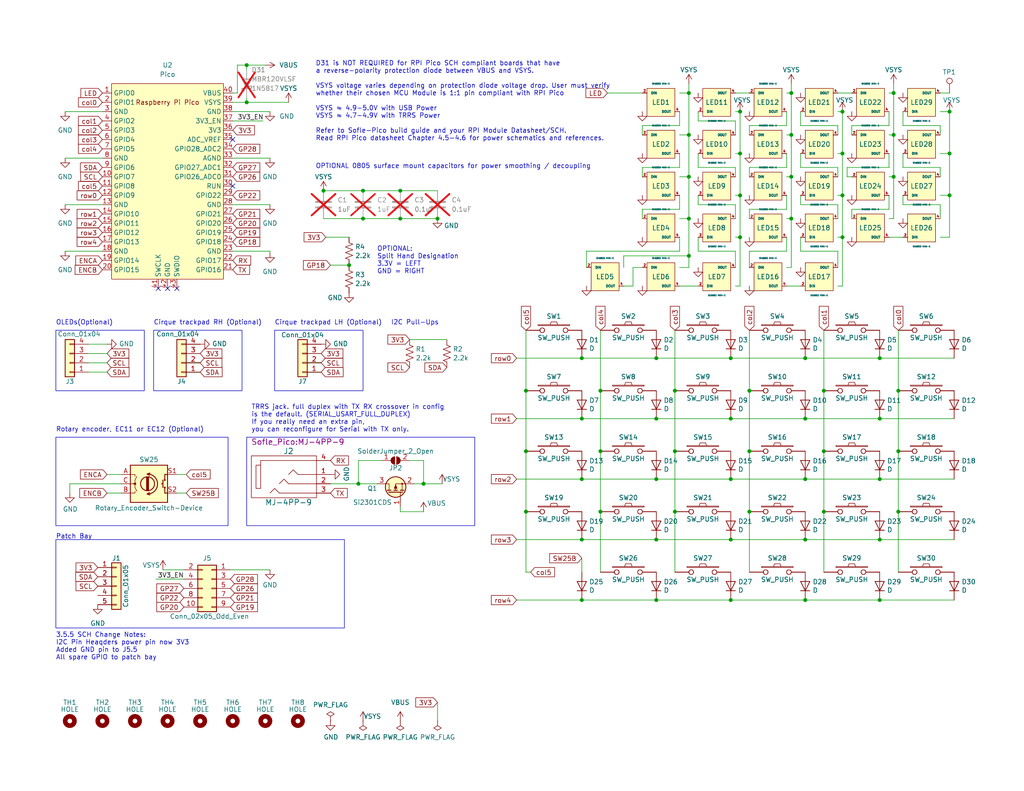
<source format=kicad_sch>
(kicad_sch (version 20231120) (generator "eeschema") (generator_version "8.0")
  (paper "A")
  (title_block (title "Sofle Pico Choc") (date "2024-04-17") (rev "v3.5.5") (comment 1 "https://github.com/josefadamcik/SofleKeyboard") (comment 2 "Based on the Sofle by Josef Adamcik") (comment 3 "https://www.soflepico.com") (comment 4 "Designed by Ryan Neff, Choc'd by P. Werle"))
  (junction (at 179.07 163.83))
  (junction (at 229.87 64.77))
  (junction (at 119.38 59.69))
  (junction (at 163.83 123.19))
  (junction (at 99.06 59.69))
  (junction (at 204.47 123.19))
  (junction (at 215.9 59.69))
  (junction (at 259.08 30.48))
  (junction (at 240.03 114.3))
  (junction (at 143.51 139.7))
  (junction (at 229.87 53.34))
  (junction (at 224.79 106.68))
  (junction (at 199.39 147.32))
  (junction (at 219.71 130.81))
  (junction (at 143.51 106.68))
  (junction (at 179.07 130.81))
  (junction (at 245.11 106.68))
  (junction (at 179.07 114.3))
  (junction (at 179.07 97.79))
  (junction (at 243.84 36.83))
  (junction (at 224.79 123.19))
  (junction (at 215.9 36.83))
  (junction (at 187.96 48.26))
  (junction (at 240.03 130.81))
  (junction (at 243.84 48.26))
  (junction (at 109.22 52.07))
  (junction (at 219.71 163.83))
  (junction (at 215.9 48.26))
  (junction (at 95.25 72.39))
  (junction (at 184.15 139.7))
  (junction (at 88.265 52.07))
  (junction (at 158.75 97.79))
  (junction (at 201.93 53.34))
  (junction (at 240.03 163.83))
  (junction (at 240.03 97.79))
  (junction (at 199.39 130.81))
  (junction (at 259.08 41.91))
  (junction (at 158.75 130.81))
  (junction (at 109.22 59.69))
  (junction (at 245.11 123.19))
  (junction (at 187.96 59.69))
  (junction (at 163.83 139.7))
  (junction (at 187.96 36.83))
  (junction (at 199.39 114.3))
  (junction (at 201.93 30.48))
  (junction (at 201.93 41.91))
  (junction (at 259.08 53.34))
  (junction (at 184.15 123.19))
  (junction (at 67.31 27.94))
  (junction (at 204.47 106.68))
  (junction (at 243.84 25.4))
  (junction (at 199.39 97.79))
  (junction (at 158.75 147.32))
  (junction (at 163.83 106.68))
  (junction (at 201.93 64.77))
  (junction (at 115.57 132.08))
  (junction (at 229.87 41.91))
  (junction (at 97.79 132.08))
  (junction (at 179.07 147.32))
  (junction (at 158.75 163.83))
  (junction (at 199.39 163.83))
  (junction (at 187.96 69.85))
  (junction (at 219.71 147.32))
  (junction (at 219.71 114.3))
  (junction (at 187.96 25.4))
  (junction (at 215.9 25.4))
  (junction (at 224.79 139.7))
  (junction (at 158.75 114.3))
  (junction (at 204.47 139.7))
  (junction (at 240.03 147.32))
  (junction (at 229.87 30.48))
  (junction (at 99.06 52.07))
  (junction (at 245.11 139.7))
  (junction (at 219.71 97.79))
  (junction (at 67.31 17.78))
  (junction (at 143.51 123.19))
  (junction (at 184.15 106.68))
  (no_connect (at 45.72 78.74))
  (no_connect (at 63.5 38.1))
  (no_connect (at 43.18 78.74))
  (no_connect (at 48.26 78.74))
  (no_connect (at 63.5 50.8))
  (wire (pts (xy 214.63 78.105) (xy 218.44 78.105)))
  (wire (pts (xy 200.66 25.4) (xy 204.47 25.4)))
  (wire (pts (xy 259.08 53.34) (xy 259.08 41.91)))
  (wire (pts (xy 158.75 130.81) (xy 140.97 130.81)))
  (wire (pts (xy 240.03 147.32) (xy 260.35 147.32)))
  (wire (pts (xy 259.08 41.91) (xy 259.08 30.48)))
  (wire (pts (xy 185.42 73.025) (xy 187.96 73.025)))
  (wire (pts (xy 232.41 57.15) (xy 232.41 59.69)))
  (wire (pts (xy 215.9 36.83) (xy 214.63 36.83)))
  (wire (pts (xy 67.31 17.78) (xy 72.39 17.78)))
  (wire (pts (xy 228.6 25.4) (xy 232.41 25.4)))
  (wire (pts (xy 242.57 41.91) (xy 242.57 45.72)))
  (wire (pts (xy 179.07 130.81) (xy 158.75 130.81)))
  (wire (pts (xy 215.9 59.69) (xy 215.9 73.025)))
  (wire (pts (xy 228.6 45.72) (xy 218.44 45.72)))
  (wire (pts (xy 63.5 27.94) (xy 67.31 27.94)))
  (wire (pts (xy 163.83 106.68) (xy 163.83 123.19)))
  (wire (pts (xy 158.75 114.3) (xy 140.97 114.3)))
  (wire (pts (xy 42.545 158.115) (xy 50.165 158.115)))
  (wire (pts (xy 109.22 52.07) (xy 119.38 52.07)))
  (wire (pts (xy 231.14 45.72) (xy 231.14 48.26)))
  (wire (pts (xy 158.75 147.32) (xy 140.97 147.32)))
  (wire (pts (xy 243.84 36.83) (xy 242.57 36.83)))
  (wire (pts (xy 246.38 34.29) (xy 246.38 30.48)))
  (wire (pts (xy 215.9 22.86) (xy 215.9 25.4)))
  (wire (pts (xy 24.13 99.06) (xy 29.21 99.06)))
  (wire (pts (xy 200.66 68.58) (xy 190.5 68.58)))
  (wire (pts (xy 218.44 55.88) (xy 218.44 53.34)))
  (wire (pts (xy 83.82 101.6) (xy 87.63 101.6)))
  (wire (pts (xy 185.42 41.91) (xy 185.42 45.72)))
  (wire (pts (xy 243.84 48.26) (xy 243.84 59.69)))
  (wire (pts (xy 115.57 132.08) (xy 120.65 132.08)))
  (wire (pts (xy 229.87 41.91) (xy 229.87 53.34)))
  (wire (pts (xy 172.72 78.105) (xy 172.72 73.025)))
  (wire (pts (xy 63.5 33.02) (xy 71.755 33.02)))
  (wire (pts (xy 99.06 59.69) (xy 109.22 59.69)))
  (wire (pts (xy 48.26 134.62) (xy 50.8 134.62)))
  (wire (pts (xy 63.5 43.18) (xy 73.66 43.18)))
  (wire (pts (xy 17.78 68.58) (xy 27.94 68.58)))
  (wire (pts (xy 187.96 48.26) (xy 187.96 36.83)))
  (wire (pts (xy 88.265 52.07) (xy 99.06 52.07)))
  (wire (pts (xy 243.84 25.4) (xy 242.57 25.4)))
  (wire (pts (xy 73.66 30.48) (xy 63.5 30.48)))
  (wire (pts (xy 204.47 57.15) (xy 204.47 59.69)))
  (wire (pts (xy 185.42 57.15) (xy 175.26 57.15)))
  (wire (pts (xy 185.42 78.105) (xy 190.5 78.105)))
  (wire (pts (xy 228.6 30.48) (xy 229.87 30.48)))
  (wire (pts (xy 245.11 139.7) (xy 245.11 156.21)))
  (wire (pts (xy 240.03 163.83) (xy 260.35 163.83)))
  (wire (pts (xy 215.9 25.4) (xy 214.63 25.4)))
  (wire (pts (xy 215.9 25.4) (xy 215.9 36.83)))
  (wire (pts (xy 229.87 78.105) (xy 228.6 78.105)))
  (wire (pts (xy 187.96 59.69) (xy 187.96 69.85)))
  (wire (pts (xy 256.54 45.72) (xy 246.38 45.72)))
  (wire (pts (xy 184.15 106.68) (xy 184.15 123.19)))
  (wire (pts (xy 228.6 59.69) (xy 228.6 55.88)))
  (wire (pts (xy 170.18 69.85) (xy 187.96 69.85)))
  (wire (pts (xy 245.11 123.19) (xy 245.11 106.68)))
  (wire (pts (xy 199.39 147.32) (xy 219.71 147.32)))
  (wire (pts (xy 17.78 43.18) (xy 27.94 43.18)))
  (wire (pts (xy 113.03 132.08) (xy 115.57 132.08)))
  (wire (pts (xy 33.02 132.08) (xy 19.05 132.08)))
  (wire (pts (xy 218.44 68.58) (xy 218.44 64.77)))
  (wire (pts (xy 214.63 57.15) (xy 204.47 57.15)))
  (wire (pts (xy 185.42 30.48) (xy 185.42 34.29)))
  (wire (pts (xy 185.42 34.29) (xy 175.26 34.29)))
  (wire (pts (xy 175.26 34.29) (xy 175.26 36.83)))
  (wire (pts (xy 219.71 147.32) (xy 240.03 147.32)))
  (wire (pts (xy 256.54 55.88) (xy 246.38 55.88)))
  (wire (pts (xy 224.79 90.17) (xy 224.79 106.68)))
  (wire (pts (xy 50.8 101.6) (xy 54.61 101.6)))
  (wire (pts (xy 200.66 73.025) (xy 200.66 68.58)))
  (wire (pts (xy 214.63 53.34) (xy 214.63 57.15)))
  (wire (pts (xy 240.03 97.79) (xy 219.71 97.79)))
  (wire (pts (xy 184.15 90.17) (xy 184.15 106.68)))
  (wire (pts (xy 231.14 48.26) (xy 232.41 48.26)))
  (wire (pts (xy 200.66 48.26) (xy 200.66 45.72)))
  (wire (pts (xy 187.96 36.83) (xy 185.42 36.83)))
  (wire (pts (xy 242.57 45.72) (xy 231.14 45.72)))
  (wire (pts (xy 90.17 132.08) (xy 97.79 132.08)))
  (wire (pts (xy 243.84 36.83) (xy 243.84 25.4)))
  (wire (pts (xy 204.47 68.58) (xy 204.47 73.025)))
  (wire (pts (xy 44.45 155.575) (xy 50.165 155.575)))
  (wire (pts (xy 259.08 53.34) (xy 256.54 53.34)))
  (wire (pts (xy 200.66 59.69) (xy 200.66 55.88)))
  (wire (pts (xy 165.735 25.4) (xy 175.26 25.4)))
  (wire (pts (xy 199.39 130.81) (xy 219.71 130.81)))
  (wire (pts (xy 256.54 64.77) (xy 259.08 64.77)))
  (wire (pts (xy 215.9 36.83) (xy 215.9 48.26)))
  (wire (pts (xy 64.77 17.78) (xy 67.31 17.78)))
  (wire (pts (xy 179.07 97.79) (xy 158.75 97.79)))
  (wire (pts (xy 204.47 139.7) (xy 204.47 156.21)))
  (wire (pts (xy 256.54 25.4) (xy 259.08 25.4)))
  (wire (pts (xy 175.26 45.72) (xy 175.26 48.26)))
  (wire (pts (xy 214.63 41.91) (xy 214.63 45.72)))
  (wire (pts (xy 190.5 33.02) (xy 190.5 30.48)))
  (wire (pts (xy 259.08 64.77) (xy 259.08 53.34)))
  (wire (pts (xy 29.21 101.6) (xy 24.13 101.6)))
  (wire (pts (xy 104.14 125.73) (xy 97.79 125.73)))
  (wire (pts (xy 175.26 57.15) (xy 175.26 59.69)))
  (wire (pts (xy 185.42 64.77) (xy 185.42 68.58)))
  (wire (pts (xy 201.93 64.77) (xy 201.93 53.34)))
  (wire (pts (xy 190.5 55.88) (xy 190.5 53.34)))
  (wire (pts (xy 158.75 152.4) (xy 158.75 156.21)))
  (wire (pts (xy 201.93 41.91) (xy 200.66 41.91)))
  (wire (pts (xy 179.07 97.79) (xy 199.39 97.79)))
  (wire (pts (xy 109.22 59.69) (xy 119.38 59.69)))
  (wire (pts (xy 187.96 48.26) (xy 187.96 59.69)))
  (wire (pts (xy 201.93 64.77) (xy 200.66 64.77)))
  (wire (pts (xy 200.66 36.83) (xy 200.66 33.02)))
  (wire (pts (xy 187.96 25.4) (xy 185.42 25.4)))
  (wire (pts (xy 185.42 45.72) (xy 175.26 45.72)))
  (wire (pts (xy 214.63 73.025) (xy 215.9 73.025)))
  (wire (pts (xy 228.6 34.29) (xy 218.44 34.29)))
  (wire (pts (xy 229.87 53.34) (xy 228.6 53.34)))
  (wire (pts (xy 185.42 48.26) (xy 187.96 48.26)))
  (wire (pts (xy 242.57 30.48) (xy 242.57 34.29)))
  (wire (pts (xy 214.63 30.48) (xy 214.63 34.29)))
  (wire (pts (xy 17.78 55.88) (xy 27.94 55.88)))
  (wire (pts (xy 228.6 36.83) (xy 228.6 34.29)))
  (wire (pts (xy 215.9 48.26) (xy 214.63 48.26)))
  (wire (pts (xy 170.18 73.025) (xy 170.18 69.85)))
  (wire (pts (xy 187.96 59.69) (xy 185.42 59.69)))
  (wire (pts (xy 229.87 64.77) (xy 229.87 78.105)))
  (wire (pts (xy 184.15 123.19) (xy 184.15 139.7)))
  (wire (pts (xy 187.96 69.85) (xy 187.96 73.025)))
  (wire (pts (xy 224.79 139.7) (xy 224.79 156.21)))
  (wire (pts (xy 256.54 59.69) (xy 256.54 55.88)))
  (wire (pts (xy 246.38 45.72) (xy 246.38 41.91)))
  (wire (pts (xy 29.21 134.62) (xy 33.02 134.62)))
  (wire (pts (xy 179.07 114.3) (xy 199.39 114.3)))
  (wire (pts (xy 67.31 27.94) (xy 78.74 27.94)))
  (wire (pts (xy 158.75 163.83) (xy 179.07 163.83)))
  (wire (pts (xy 240.03 114.3) (xy 260.35 114.3)))
  (wire (pts (xy 256.54 48.26) (xy 256.54 45.72)))
  (wire (pts (xy 143.51 139.7) (xy 143.51 156.21)))
  (wire (pts (xy 218.44 45.72) (xy 218.44 41.91)))
  (wire (pts (xy 201.93 30.48) (xy 200.66 30.48)))
  (wire (pts (xy 99.06 52.07) (xy 109.22 52.07)))
  (wire (pts (xy 219.71 130.81) (xy 240.03 130.81)))
  (wire (pts (xy 242.57 57.15) (xy 232.41 57.15)))
  (wire (pts (xy 50.8 99.06) (xy 54.61 99.06)))
  (wire (pts (xy 90.17 72.39) (xy 95.25 72.39)))
  (wire (pts (xy 88.9 64.77) (xy 95.25 64.77)))
  (wire (pts (xy 187.96 22.86) (xy 187.96 25.4)))
  (wire (pts (xy 232.41 34.29) (xy 232.41 36.83)))
  (wire (pts (xy 242.57 59.69) (xy 243.84 59.69)))
  (wire (pts (xy 219.71 114.3) (xy 240.03 114.3)))
  (wire (pts (xy 214.63 34.29) (xy 204.47 34.29)))
  (wire (pts (xy 172.72 73.025) (xy 175.26 73.025)))
  (wire (pts (xy 224.79 106.68) (xy 224.79 123.19)))
  (wire (pts (xy 204.47 123.19) (xy 204.47 139.7)))
  (wire (pts (xy 48.26 129.54) (xy 50.8 129.54)))
  (wire (pts (xy 143.51 123.19) (xy 143.51 139.7)))
  (wire (pts (xy 242.57 64.77) (xy 246.38 64.77)))
  (wire (pts (xy 229.87 30.48) (xy 229.87 41.91)))
  (wire (pts (xy 73.66 155.575) (xy 62.865 155.575)))
  (wire (pts (xy 204.47 106.68) (xy 204.47 123.19)))
  (wire (pts (xy 200.66 55.88) (xy 190.5 55.88)))
  (wire (pts (xy 201.93 53.34) (xy 200.66 53.34)))
  (wire (pts (xy 204.47 90.17) (xy 204.47 106.68)))
  (wire (pts (xy 187.96 36.83) (xy 187.96 25.4)))
  (wire (pts (xy 228.6 73.025) (xy 228.6 68.58)))
  (wire (pts (xy 243.84 22.86) (xy 243.84 25.4)))
  (wire (pts (xy 163.83 90.17) (xy 163.83 106.68)))
  (wire (pts (xy 214.63 64.77) (xy 214.63 68.58)))
  (wire (pts (xy 199.39 114.3) (xy 219.71 114.3)))
  (wire (pts (xy 97.79 132.08) (xy 102.87 132.08)))
  (wire (pts (xy 240.03 130.81) (xy 260.35 130.81)))
  (wire (pts (xy 17.78 30.48) (xy 27.94 30.48)))
  (wire (pts (xy 88.265 59.69) (xy 99.06 59.69)))
  (wire (pts (xy 218.44 34.29) (xy 218.44 30.48)))
  (wire (pts (xy 170.18 78.105) (xy 172.72 78.105)))
  (wire (pts (xy 111.76 125.73) (xy 115.57 125.73)))
  (wire (pts (xy 67.31 26.67) (xy 67.31 27.94)))
  (wire (pts (xy 179.07 147.32) (xy 158.75 147.32)))
  (wire (pts (xy 204.47 45.72) (xy 204.47 48.26)))
  (wire (pts (xy 163.83 139.7) (xy 163.83 156.21)))
  (wire (pts (xy 201.93 78.105) (xy 201.93 64.77)))
  (wire (pts (xy 200.66 45.72) (xy 190.5 45.72)))
  (wire (pts (xy 199.39 163.83) (xy 219.71 163.83)))
  (wire (pts (xy 190.5 45.72) (xy 190.5 41.91)))
  (wire (pts (xy 246.38 55.88) (xy 246.38 53.34)))
  (wire (pts (xy 185.42 53.34) (xy 185.42 57.15)))
  (wire (pts (xy 143.51 106.68) (xy 143.51 123.19)))
  (wire (pts (xy 119.38 191.77) (xy 119.38 196.85)))
  (wire (pts (xy 64.77 25.4) (xy 64.77 17.78)))
  (wire (pts (xy 243.84 48.26) (xy 243.84 36.83)))
  (wire (pts (xy 63.5 68.58) (xy 73.66 68.58)))
  (wire (pts (xy 115.57 125.73) (xy 115.57 132.08)))
  (wire (pts (xy 229.87 64.77) (xy 228.6 64.77)))
  (wire (pts (xy 24.13 93.98) (xy 29.21 93.98)))
  (wire (pts (xy 228.6 48.26) (xy 228.6 45.72)))
  (wire (pts (xy 201.93 53.34) (xy 201.93 41.91)))
  (wire (pts (xy 201.93 41.91) (xy 201.93 30.48)))
  (wire (pts (xy 185.42 68.58) (xy 160.02 68.58)))
  (wire (pts (xy 109.22 139.7) (xy 109.22 138.43)))
  (wire (pts (xy 259.08 30.48) (xy 256.54 30.48)))
  (wire (pts (xy 111.76 92.71) (xy 121.92 92.71)))
  (wire (pts (xy 228.6 55.88) (xy 218.44 55.88)))
  (wire (pts (xy 73.66 68.58) (xy 73.66 69.088)))
  (wire (pts (xy 63.5 25.4) (xy 64.77 25.4)))
  (wire (pts (xy 219.71 163.83) (xy 240.03 163.83)))
  (wire (pts (xy 256.54 34.29) (xy 246.38 34.29)))
  (wire (pts (xy 115.57 139.7) (xy 109.22 139.7)))
  (wire (pts (xy 184.15 139.7) (xy 184.15 156.21)))
  (wire (pts (xy 214.63 59.69) (xy 215.9 59.69)))
  (wire (pts (xy 179.07 163.83) (xy 199.39 163.83)))
  (wire (pts (xy 160.02 68.58) (xy 160.02 73.025)))
  (wire (pts (xy 256.54 36.83) (xy 256.54 34.29)))
  (wire (pts (xy 259.08 41.91) (xy 256.54 41.91)))
  (wire (pts (xy 179.07 147.32) (xy 199.39 147.32)))
  (wire (pts (xy 242.57 34.29) (xy 232.41 34.29)))
  (wire (pts (xy 143.51 90.17) (xy 143.51 106.68)))
  (wire (pts (xy 63.5 55.88) (xy 73.66 55.88)))
  (wire (pts (xy 240.03 97.79) (xy 260.35 97.79)))
  (wire (pts (xy 243.84 48.26) (xy 242.57 48.26)))
  (wire (pts (xy 83.82 99.06) (xy 87.63 99.06)))
  (wire (pts (xy 179.07 130.81) (xy 199.39 130.81)))
  (wire (pts (xy 163.83 123.19) (xy 163.83 139.7)))
  (wire (pts (xy 215.9 59.69) (xy 215.9 48.26)))
  (wire (pts (xy 229.87 53.34) (xy 229.87 64.77)))
  (wire (pts (xy 199.39 97.79) (xy 219.71 97.79)))
  (wire (pts (xy 224.79 123.19) (xy 224.79 139.7)))
  (wire (pts (xy 97.79 125.73) (xy 97.79 132.08)))
  (wire (pts (xy 140.97 163.83) (xy 158.75 163.83)))
  (wire (pts (xy 204.47 34.29) (xy 204.47 36.83)))
  (wire (pts (xy 29.21 129.54) (xy 33.02 129.54)))
  (wire (pts (xy 200.66 78.105) (xy 201.93 78.105)))
  (wire (pts (xy 19.05 132.08) (xy 19.05 134.62)))
  (wire (pts (xy 143.51 156.21) (xy 144.78 156.21)))
  (wire (pts (xy 245.11 106.68) (xy 245.11 90.17)))
  (wire (pts (xy 67.31 17.78) (xy 67.31 19.05)))
  (wire (pts (xy 24.13 96.52) (xy 29.21 96.52)))
  (wire (pts (xy 214.63 45.72) (xy 204.47 45.72)))
  (wire (pts (xy 228.6 41.91) (xy 229.87 41.91)))
  (wire (pts (xy 179.07 114.3) (xy 158.75 114.3)))
  (wire (pts (xy 190.5 68.58) (xy 190.5 64.77)))
  (wire (pts (xy 204.47 68.58) (xy 214.63 68.58)))
  (wire (pts (xy 245.11 123.19) (xy 245.11 139.7)))
  (wire (pts (xy 242.57 53.34) (xy 242.57 57.15)))
  (wire (pts (xy 200.66 33.02) (xy 190.5 33.02)))
  (wire (pts (xy 228.6 68.58) (xy 218.44 68.58)))
  (wire (pts (xy 158.75 97.79) (xy 140.97 97.79)))
  (rectangle (start 15.24 90.17) (end 39.37 106.68))
  (rectangle (start 41.91 90.17) (end 66.04 106.68))
  (rectangle (start 15.24 119.38) (end 62.23 143.51))
  (rectangle (start 67.31 119.38) (end 129.54 143.51))
  (rectangle (start 74.93 90.17) (end 99.06 106.68))
  (rectangle (start 15.24 147.32) (end 93.98 171.45))
  (text "Cirque trackpad RH (Optional)\n" (at 41.91 88.9 0) (effects (font (size 1.27 1.27)) (justify left bottom)))
  (text "I2C Pull-Ups " (at 106.68 88.9 0) (effects (font (size 1.27 1.27)) (justify left bottom)))
  (text "TRRS jack. full duplex with TX RX crossover in config \nis the default. (SERIAL_USART_FULL_DUPLEX)\nIf you really need an extra pin, \nyou can reconfigure for Serial with TX only." (at 68.58 118.11 0) (effects (font (size 1.27 1.27)) (justify left bottom)))
  (text "Rotary encoder, EC11 or EC12 (Optional)\n" (at 15.24 118.11 0) (effects (font (size 1.27 1.27)) (justify left bottom)))
  (text "D31 is NOT REQUIRED for RPI Pico SCH compliant boards that have \na reverse-polarity protection diode between VBUS and VSYS.\n\nVSYS voltage varies depending on protection diode voltage drop. User must verify \nwhether their chosen MCU Module is 1:1 pin compliant with RPI Pico\n\nVSYS ≈ 4.9-5.0V with USB Power \nVSYS ≈ 4.7-4.9V with TRRS Power\n\nRefer to Sofle-Pico build guide and your RPI Module Datasheet/SCH.\nRead RPI Pico datasheet Chapter 4.5-4.6 for power schematics and references." (at 86.106 38.608 0) (effects (font (size 1.27 1.27)) (justify left bottom)))
  (text "OLEDs(Optional)\n" (at 15.24 88.9 0) (effects (font (size 1.27 1.27)) (justify left bottom)))
  (text "Patch Bay" (at 15.24 147.32 0) (effects (font (size 1.27 1.27)) (justify left bottom)))
  (text "Cirque trackpad LH (Optional)\n" (at 74.93 88.9 0) (effects (font (size 1.27 1.27)) (justify left bottom)))
  (text "OPTIONAL:\nSplit Hand Designation\n3.3V = LEFT\nGND = RIGHT" (at 102.87 74.93 0) (effects (font (size 1.27 1.27)) (justify left bottom)))
  (text "OPTIONAL 0805 surface mount capacitors for power smoothing / decoupling\n\n" (at 86.106 48.26 0) (effects (font (size 1.27 1.27)) (justify left bottom)))
  (text "3.5.5 SCH Change Notes:\nI2C Pin Heaqders power pin now 3V3 \nAdded GND pin to J5.5  \nAll spare GPIO to patch bay" (at 15.24 180.34 0) (effects (font (size 1.27 1.27)) (justify left bottom)))
  (label "3V3_EN" (at 50.165 158.115 180))
  (label "3V3_EN" (at 64.77 33.02 0))
  (global_label "SDA" (shape input) (at 29.21 101.6 0) (property "Intersheetrefs" "${INTERSHEET_REFS}" (effects (hide yes))))
  (global_label "SCL" (shape input) (at 29.21 99.06 0) (property "Intersheetrefs" "${INTERSHEET_REFS}" (effects (hide yes))))
  (global_label "SCL" (shape input) (at 54.61 99.06 0) (property "Intersheetrefs" "${INTERSHEET_REFS}" (effects (hide yes))))
  (global_label "GP21" (shape input) (at 63.5 58.42 0) (property "Intersheetrefs" "${INTERSHEET_REFS}" (effects (hide yes))))
  (global_label "GP27" (shape input) (at 50.165 160.655 180) (property "Intersheetrefs" "${INTERSHEET_REFS}" (effects (hide yes))))
  (global_label "ENCA" (shape input) (at 27.94 71.12 180) (property "Intersheetrefs" "${INTERSHEET_REFS}" (effects (hide yes))))
  (global_label "row2" (shape input) (at 140.97 130.81 180) (property "Intersheetrefs" "${INTERSHEET_REFS}" (effects (hide yes))))
  (global_label "col0" (shape input) (at 245.11 90.17 90) (property "Intersheetrefs" "${INTERSHEET_REFS}" (effects (hide yes))))
  (global_label "GP22" (shape input) (at 63.5 53.34 0) (property "Intersheetrefs" "${INTERSHEET_REFS}" (effects (hide yes))))
  (global_label "3V3" (shape input) (at 119.38 191.77 180) (property "Intersheetrefs" "${INTERSHEET_REFS}" (effects (hide yes))))
  (global_label "GP26" (shape input) (at 62.865 160.655 0) (property "Intersheetrefs" "${INTERSHEET_REFS}" (effects (hide yes))))
  (global_label "GP18" (shape input) (at 63.5 66.04 0) (property "Intersheetrefs" "${INTERSHEET_REFS}" (effects (hide yes))))
  (global_label "ENCB" (shape input) (at 27.94 73.66 180) (property "Intersheetrefs" "${INTERSHEET_REFS}" (effects (hide yes))))
  (global_label "TX" (shape input) (at 90.17 134.62 0) (property "Intersheetrefs" "${INTERSHEET_REFS}" (effects (hide yes))))
  (global_label "RX" (shape input) (at 63.5 71.12 0) (property "Intersheetrefs" "${INTERSHEET_REFS}" (effects (hide yes))))
  (global_label "SDA" (shape input) (at 87.63 101.6 0) (property "Intersheetrefs" "${INTERSHEET_REFS}" (effects (hide yes))))
  (global_label "SDA" (shape input) (at 54.61 101.6 0) (property "Intersheetrefs" "${INTERSHEET_REFS}" (effects (hide yes))))
  (global_label "GP28" (shape input) (at 62.865 158.115 0) (property "Intersheetrefs" "${INTERSHEET_REFS}" (effects (hide yes))))
  (global_label "ENCB" (shape input) (at 29.21 134.62 180) (property "Intersheetrefs" "${INTERSHEET_REFS}" (effects (hide yes))))
  (global_label "row4" (shape input) (at 140.97 163.83 180) (property "Intersheetrefs" "${INTERSHEET_REFS}" (effects (hide yes))))
  (global_label "row0" (shape input) (at 140.97 97.79 180) (property "Intersheetrefs" "${INTERSHEET_REFS}" (effects (hide yes))))
  (global_label "col4" (shape input) (at 163.83 90.17 90) (property "Intersheetrefs" "${INTERSHEET_REFS}" (effects (hide yes))))
  (global_label "LED" (shape input) (at 165.735 25.4 180) (property "Intersheetrefs" "${INTERSHEET_REFS}" (effects (hide yes))))
  (global_label "col4" (shape input) (at 27.94 40.64 180) (property "Intersheetrefs" "${INTERSHEET_REFS}" (effects (hide yes))))
  (global_label "GP20" (shape input) (at 50.165 165.735 180) (property "Intersheetrefs" "${INTERSHEET_REFS}" (effects (hide yes))))
  (global_label "col2" (shape input) (at 204.47 90.17 90) (property "Intersheetrefs" "${INTERSHEET_REFS}" (effects (hide yes))))
  (global_label "LED" (shape input) (at 27.94 25.4 180) (property "Intersheetrefs" "${INTERSHEET_REFS}" (effects (hide yes))))
  (global_label "GP27" (shape input) (at 63.5 45.72 0) (property "Intersheetrefs" "${INTERSHEET_REFS}" (effects (hide yes))))
  (global_label "SCL" (shape input) (at 111.76 100.33 180) (property "Intersheetrefs" "${INTERSHEET_REFS}" (effects (hide yes))))
  (global_label "col5" (shape input) (at 27.94 50.8 180) (property "Intersheetrefs" "${INTERSHEET_REFS}" (effects (hide yes))))
  (global_label "row4" (shape input) (at 27.94 66.04 180) (property "Intersheetrefs" "${INTERSHEET_REFS}" (effects (hide yes))))
  (global_label "SCL" (shape input) (at 26.67 160.02 180) (property "Intersheetrefs" "${INTERSHEET_REFS}" (effects (hide yes))))
  (global_label "row3" (shape input) (at 140.97 147.32 180) (property "Intersheetrefs" "${INTERSHEET_REFS}" (effects (hide yes))))
  (global_label "SCL" (shape input) (at 87.63 99.06 0) (property "Intersheetrefs" "${INTERSHEET_REFS}" (effects (hide yes))))
  (global_label "GP21" (shape input) (at 62.865 163.195 0) (property "Intersheetrefs" "${INTERSHEET_REFS}" (effects (hide yes))))
  (global_label "col5" (shape input) (at 143.51 90.17 90) (property "Intersheetrefs" "${INTERSHEET_REFS}" (effects (hide yes))))
  (global_label "col3" (shape input) (at 27.94 38.1 180) (property "Intersheetrefs" "${INTERSHEET_REFS}" (effects (hide yes))))
  (global_label "row1" (shape input) (at 27.94 58.42 180) (property "Intersheetrefs" "${INTERSHEET_REFS}" (effects (hide yes))))
  (global_label "GP19" (shape input) (at 62.865 165.735 0) (property "Intersheetrefs" "${INTERSHEET_REFS}" (effects (hide yes))))
  (global_label "GP26" (shape input) (at 63.5 48.26 0) (property "Intersheetrefs" "${INTERSHEET_REFS}" (effects (hide yes))))
  (global_label "col1" (shape input) (at 27.94 33.02 180) (property "Intersheetrefs" "${INTERSHEET_REFS}" (effects (hide yes))))
  (global_label "3V3" (shape input) (at 63.5 35.56 0) (property "Intersheetrefs" "${INTERSHEET_REFS}" (effects (hide yes))))
  (global_label "3V3" (shape input) (at 88.9 64.77 180) (property "Intersheetrefs" "${INTERSHEET_REFS}" (effects (hide yes))))
  (global_label "3V3" (shape input) (at 111.76 92.71 180) (property "Intersheetrefs" "${INTERSHEET_REFS}" (effects (hide yes))))
  (global_label "ENCA" (shape input) (at 29.21 129.54 180) (property "Intersheetrefs" "${INTERSHEET_REFS}" (effects (hide yes))))
  (global_label "SW25B" (shape input) (at 158.75 152.4 180) (property "Intersheetrefs" "${INTERSHEET_REFS}" (effects (hide yes))))
  (global_label "3V3" (shape input) (at 87.63 96.52 0) (property "Intersheetrefs" "${INTERSHEET_REFS}" (effects (hide yes))))
  (global_label "TX" (shape input) (at 63.5 73.66 0) (property "Intersheetrefs" "${INTERSHEET_REFS}" (effects (hide yes))))
  (global_label "row3" (shape input) (at 27.94 63.5 180) (property "Intersheetrefs" "${INTERSHEET_REFS}" (effects (hide yes))))
  (global_label "row0" (shape input) (at 27.94 53.34 180) (property "Intersheetrefs" "${INTERSHEET_REFS}" (effects (hide yes))))
  (global_label "col0" (shape input) (at 27.94 27.94 180) (property "Intersheetrefs" "${INTERSHEET_REFS}" (effects (hide yes))))
  (global_label "col5" (shape input) (at 144.78 156.21 0) (property "Intersheetrefs" "${INTERSHEET_REFS}" (effects (hide yes))))
  (global_label "SDA" (shape input) (at 27.94 45.72 180) (property "Intersheetrefs" "${INTERSHEET_REFS}" (effects (hide yes))))
  (global_label "GP19" (shape input) (at 63.5 63.5 0) (property "Intersheetrefs" "${INTERSHEET_REFS}" (effects (hide yes))))
  (global_label "SDA" (shape input) (at 26.67 157.48 180) (property "Intersheetrefs" "${INTERSHEET_REFS}" (effects (hide yes))))
  (global_label "3V3" (shape input) (at 54.61 96.52 0) (property "Intersheetrefs" "${INTERSHEET_REFS}" (effects (hide yes))))
  (global_label "col3" (shape input) (at 184.15 90.17 90) (property "Intersheetrefs" "${INTERSHEET_REFS}" (effects (hide yes))))
  (global_label "GP20" (shape input) (at 63.5 60.96 0) (property "Intersheetrefs" "${INTERSHEET_REFS}" (effects (hide yes))))
  (global_label "col2" (shape input) (at 27.94 35.56 180) (property "Intersheetrefs" "${INTERSHEET_REFS}" (effects (hide yes))))
  (global_label "SW25B" (shape input) (at 50.8 134.62 0) (property "Intersheetrefs" "${INTERSHEET_REFS}" (effects (hide yes))))
  (global_label "GP22" (shape input) (at 50.165 163.195 180) (property "Intersheetrefs" "${INTERSHEET_REFS}" (effects (hide yes))))
  (global_label "3V3" (shape input) (at 26.67 154.94 180) (property "Intersheetrefs" "${INTERSHEET_REFS}" (effects (hide yes))))
  (global_label "row1" (shape input) (at 140.97 114.3 180) (property "Intersheetrefs" "${INTERSHEET_REFS}" (effects (hide yes))))
  (global_label "row2" (shape input) (at 27.94 60.96 180) (property "Intersheetrefs" "${INTERSHEET_REFS}" (effects (hide yes))))
  (global_label "GP28" (shape input) (at 63.5 40.64 0) (property "Intersheetrefs" "${INTERSHEET_REFS}" (effects (hide yes))))
  (global_label "col5" (shape input) (at 50.8 129.54 0) (property "Intersheetrefs" "${INTERSHEET_REFS}" (effects (hide yes))))
  (global_label "RX" (shape input) (at 90.17 125.73 0) (property "Intersheetrefs" "${INTERSHEET_REFS}" (effects (hide yes))))
  (global_label "SDA" (shape input) (at 121.92 100.33 180) (property "Intersheetrefs" "${INTERSHEET_REFS}" (effects (hide yes))))
  (global_label "col1" (shape input) (at 224.79 90.17 90) (property "Intersheetrefs" "${INTERSHEET_REFS}" (effects (hide yes))))
  (global_label "3V3" (shape input) (at 29.21 96.52 0) (property "Intersheetrefs" "${INTERSHEET_REFS}" (effects (hide yes))))
  (global_label "GP18" (shape input) (at 90.17 72.39 180) (property "Intersheetrefs" "${INTERSHEET_REFS}" (effects (hide yes))))
  (global_label "SCL" (shape input) (at 27.94 48.26 180) (property "Intersheetrefs" "${INTERSHEET_REFS}" (effects (hide yes))))
  (symbol (lib_id "Sofle_Pico:SW_PUSH") (at 151.13 90.17 0) (unit 1)
    (property "Reference" "SW1" (at 151.13 86.36 0))
    (property "Value" "SW_PUSH" (at 151.13 92.202 0))
    (property "Footprint" "Sofle_Pico:SW_Hotswap_Kailh_Choc_V1V2_DS_1.00u_1" (effects (hide yes)))
  )
  (symbol (lib_id "SofleKeyboard-rescue:D-Lily58-cache-Lily58_Pro-rescue") (at 158.75 93.98 90) (unit 1)
    (property "Reference" "D1" (at 160.7566 92.8116 90) (effects (justify right)))
    (property "Value" "D" (at 160.7566 95.123 90) (effects (justify right)))
    (property "Footprint" "Sofle_Pico:D_SOD-123_DO-35_Hybrid_DoubleSided_V2" (effects (hide yes)))
    (property "MFG" "Semtech" (effects (hide yes)))
    (property "MFG PN" "1N4148W" (effects (hide yes)))
    (property "Voltage Rating" "75v" (effects (hide yes)))
    (property "JLCPCB_PN" "C81598" (effects (hide yes)))
  )
  (symbol (lib_id "Sofle_Pico:SW_PUSH") (at 171.45 90.17 0) (unit 1)
    (property "Reference" "SW2" (at 171.45 86.36 0))
    (property "Value" "SW_PUSH" (at 171.45 92.202 0))
    (property "Footprint" "Sofle_Pico:SW_Hotswap_Kailh_Choc_V1V2_DS_1.00u_1" (effects (hide yes)))
  )
  (symbol (lib_id "SofleKeyboard-rescue:D-Lily58-cache-Lily58_Pro-rescue") (at 179.07 93.98 90) (unit 1)
    (property "Reference" "D2" (at 181.0766 92.8116 90) (effects (justify right)))
    (property "Value" "D" (at 181.0766 95.123 90) (effects (justify right)))
    (property "Footprint" "Sofle_Pico:D_SOD-123_DO-35_Hybrid_DoubleSided_V2" (effects (hide yes)))
    (property "MFG" "Semtech" (effects (hide yes)))
    (property "MFG PN" "1N4148W" (effects (hide yes)))
    (property "Voltage Rating" "75v" (effects (hide yes)))
    (property "JLCPCB_PN" "C81598" (effects (hide yes)))
  )
  (symbol (lib_id "Sofle_Pico:SW_PUSH") (at 191.77 90.17 0) (unit 1)
    (property "Reference" "SW3" (at 191.77 86.36 0))
    (property "Value" "SW_PUSH" (at 191.77 92.202 0))
    (property "Footprint" "Sofle_Pico:SW_Hotswap_Kailh_Choc_V1V2_DS_1.00u_1" (effects (hide yes)))
  )
  (symbol (lib_id "SofleKeyboard-rescue:D-Lily58-cache-Lily58_Pro-rescue") (at 199.39 93.98 90) (unit 1)
    (property "Reference" "D3" (at 201.3966 92.8116 90) (effects (justify right)))
    (property "Value" "D" (at 201.3966 95.123 90) (effects (justify right)))
    (property "Footprint" "Sofle_Pico:D_SOD-123_DO-35_Hybrid_DoubleSided_V2" (effects (hide yes)))
    (property "MFG" "Semtech" (effects (hide yes)))
    (property "MFG PN" "1N4148W" (effects (hide yes)))
    (property "Voltage Rating" "75v" (effects (hide yes)))
    (property "JLCPCB_PN" "C81598" (effects (hide yes)))
  )
  (symbol (lib_id "Sofle_Pico:SW_PUSH") (at 212.09 90.17 0) (unit 1)
    (property "Reference" "SW4" (at 212.09 86.36 0))
    (property "Value" "SW_PUSH" (at 212.09 92.202 0))
    (property "Footprint" "Sofle_Pico:SW_Hotswap_Kailh_Choc_V1V2_DS_1.00u_1" (effects (hide yes)))
  )
  (symbol (lib_id "SofleKeyboard-rescue:D-Lily58-cache-Lily58_Pro-rescue") (at 219.71 93.98 90) (unit 1)
    (property "Reference" "D4" (at 221.7166 92.8116 90) (effects (justify right)))
    (property "Value" "D" (at 221.7166 95.123 90) (effects (justify right)))
    (property "Footprint" "Sofle_Pico:D_SOD-123_DO-35_Hybrid_DoubleSided_V2" (effects (hide yes)))
    (property "MFG" "Semtech" (effects (hide yes)))
    (property "MFG PN" "1N4148W" (effects (hide yes)))
    (property "Voltage Rating" "75v" (effects (hide yes)))
    (property "JLCPCB_PN" "C81598" (effects (hide yes)))
  )
  (symbol (lib_id "Sofle_Pico:SW_PUSH") (at 232.41 90.17 0) (unit 1)
    (property "Reference" "SW5" (at 232.41 86.36 0))
    (property "Value" "SW_PUSH" (at 232.41 92.202 0))
    (property "Footprint" "Sofle_Pico:SW_Hotswap_Kailh_Choc_V1V2_DS_1.00u_1" (effects (hide yes)))
  )
  (symbol (lib_id "SofleKeyboard-rescue:D-Lily58-cache-Lily58_Pro-rescue") (at 240.03 93.98 90) (unit 1)
    (property "Reference" "D5" (at 242.0366 92.8116 90) (effects (justify right)))
    (property "Value" "D" (at 242.0366 95.123 90) (effects (justify right)))
    (property "Footprint" "Sofle_Pico:D_SOD-123_DO-35_Hybrid_DoubleSided_V2" (effects (hide yes)))
    (property "MFG" "Semtech" (effects (hide yes)))
    (property "MFG PN" "1N4148W" (effects (hide yes)))
    (property "Voltage Rating" "75v" (effects (hide yes)))
    (property "JLCPCB_PN" "C81598" (effects (hide yes)))
  )
  (symbol (lib_id "Sofle_Pico:SW_PUSH") (at 252.73 90.17 0) (unit 1)
    (property "Reference" "SW6" (at 252.73 86.36 0))
    (property "Value" "SW_PUSH" (at 252.73 92.202 0))
    (property "Footprint" "Sofle_Pico:SW_Hotswap_Kailh_Choc_V1V2_DS_1.00u_1" (effects (hide yes)))
  )
  (symbol (lib_id "SofleKeyboard-rescue:D-Lily58-cache-Lily58_Pro-rescue") (at 260.35 93.98 90) (unit 1)
    (property "Reference" "D6" (at 262.3566 92.8116 90) (effects (justify right)))
    (property "Value" "D" (at 262.3566 95.123 90) (effects (justify right)))
    (property "Footprint" "Sofle_Pico:D_SOD-123_DO-35_Hybrid_DoubleSided_V2" (effects (hide yes)))
    (property "MFG" "Semtech" (effects (hide yes)))
    (property "MFG PN" "1N4148W" (effects (hide yes)))
    (property "Voltage Rating" "75v" (effects (hide yes)))
    (property "JLCPCB_PN" "C81598" (effects (hide yes)))
  )
  (symbol (lib_id "Sofle_Pico:SW_PUSH") (at 171.45 106.68 0) (unit 1)
    (property "Reference" "SW8" (at 171.45 102.87 0))
    (property "Value" "SW_PUSH" (at 171.45 108.712 0))
    (property "Footprint" "Sofle_Pico:SW_Hotswap_Kailh_Choc_V1V2_DS_1.00u_1" (effects (hide yes)))
  )
  (symbol (lib_id "Sofle_Pico:SW_PUSH") (at 191.77 106.68 0) (unit 1)
    (property "Reference" "SW9" (at 191.77 102.87 0))
    (property "Value" "SW_PUSH" (at 191.77 108.712 0))
    (property "Footprint" "Sofle_Pico:SW_Hotswap_Kailh_Choc_V1V2_DS_1.00u_1" (effects (hide yes)))
  )
  (symbol (lib_id "Sofle_Pico:SW_PUSH") (at 212.09 106.68 0) (unit 1)
    (property "Reference" "SW10" (at 212.09 102.87 0))
    (property "Value" "SW_PUSH" (at 212.09 108.712 0))
    (property "Footprint" "Sofle_Pico:SW_Hotswap_Kailh_Choc_V1V2_DS_1.00u_1" (effects (hide yes)))
  )
  (symbol (lib_id "Sofle_Pico:SW_PUSH") (at 232.41 106.68 0) (unit 1)
    (property "Reference" "SW11" (at 232.41 102.87 0))
    (property "Value" "SW_PUSH" (at 232.41 108.712 0))
    (property "Footprint" "Sofle_Pico:SW_Hotswap_Kailh_Choc_V1V2_DS_1.00u_1" (effects (hide yes)))
  )
  (symbol (lib_id "Sofle_Pico:SW_PUSH") (at 252.73 106.68 0) (unit 1)
    (property "Reference" "SW12" (at 252.73 102.87 0))
    (property "Value" "SW_PUSH" (at 252.73 108.712 0))
    (property "Footprint" "Sofle_Pico:SW_Hotswap_Kailh_Choc_V1V2_DS_1.00u_1" (effects (hide yes)))
  )
  (symbol (lib_id "Sofle_Pico:SW_PUSH") (at 151.13 106.68 0) (unit 1)
    (property "Reference" "SW7" (at 151.13 102.87 0))
    (property "Value" "SW_PUSH" (at 151.13 108.712 0))
    (property "Footprint" "Sofle_Pico:SW_Hotswap_Kailh_Choc_V1V2_DS_1.00u_1" (effects (hide yes)))
  )
  (symbol (lib_id "SofleKeyboard-rescue:D-Lily58-cache-Lily58_Pro-rescue") (at 158.75 110.49 90) (unit 1)
    (property "Reference" "D7" (at 160.7566 109.3216 90) (effects (justify right)))
    (property "Value" "D" (at 160.7566 111.633 90) (effects (justify right)))
    (property "Footprint" "Sofle_Pico:D_SOD-123_DO-35_Hybrid_DoubleSided_V2" (effects (hide yes)))
    (property "MFG" "Semtech" (effects (hide yes)))
    (property "MFG PN" "1N4148W" (effects (hide yes)))
    (property "Voltage Rating" "75v" (effects (hide yes)))
    (property "JLCPCB_PN" "C81598" (effects (hide yes)))
  )
  (symbol (lib_id "SofleKeyboard-rescue:D-Lily58-cache-Lily58_Pro-rescue") (at 179.07 110.49 90) (unit 1)
    (property "Reference" "D8" (at 181.0766 109.3216 90) (effects (justify right)))
    (property "Value" "D" (at 181.0766 111.633 90) (effects (justify right)))
    (property "Footprint" "Sofle_Pico:D_SOD-123_DO-35_Hybrid_DoubleSided_V2" (effects (hide yes)))
    (property "MFG" "Semtech" (effects (hide yes)))
    (property "MFG PN" "1N4148W" (effects (hide yes)))
    (property "Voltage Rating" "75v" (effects (hide yes)))
    (property "JLCPCB_PN" "C81598" (effects (hide yes)))
  )
  (symbol (lib_id "SofleKeyboard-rescue:D-Lily58-cache-Lily58_Pro-rescue") (at 199.39 110.49 90) (unit 1)
    (property "Reference" "D9" (at 201.3966 109.3216 90) (effects (justify right)))
    (property "Value" "D" (at 201.3966 111.633 90) (effects (justify right)))
    (property "Footprint" "Sofle_Pico:D_SOD-123_DO-35_Hybrid_DoubleSided_V2" (effects (hide yes)))
    (property "MFG" "Semtech" (effects (hide yes)))
    (property "MFG PN" "1N4148W" (effects (hide yes)))
    (property "Voltage Rating" "75v" (effects (hide yes)))
    (property "JLCPCB_PN" "C81598" (effects (hide yes)))
  )
  (symbol (lib_id "SofleKeyboard-rescue:D-Lily58-cache-Lily58_Pro-rescue") (at 219.71 110.49 90) (unit 1)
    (property "Reference" "D10" (at 221.7166 109.3216 90) (effects (justify right)))
    (property "Value" "D" (at 221.7166 111.633 90) (effects (justify right)))
    (property "Footprint" "Sofle_Pico:D_SOD-123_DO-35_Hybrid_DoubleSided_V2" (effects (hide yes)))
    (property "MFG" "Semtech" (effects (hide yes)))
    (property "MFG PN" "1N4148W" (effects (hide yes)))
    (property "Voltage Rating" "75v" (effects (hide yes)))
    (property "JLCPCB_PN" "C81598" (effects (hide yes)))
  )
  (symbol (lib_id "SofleKeyboard-rescue:D-Lily58-cache-Lily58_Pro-rescue") (at 240.03 110.49 90) (unit 1)
    (property "Reference" "D11" (at 242.0366 109.3216 90) (effects (justify right)))
    (property "Value" "D" (at 242.0366 111.633 90) (effects (justify right)))
    (property "Footprint" "Sofle_Pico:D_SOD-123_DO-35_Hybrid_DoubleSided_V2" (effects (hide yes)))
    (property "MFG" "Semtech" (effects (hide yes)))
    (property "MFG PN" "1N4148W" (effects (hide yes)))
    (property "Voltage Rating" "75v" (effects (hide yes)))
    (property "JLCPCB_PN" "C81598" (effects (hide yes)))
  )
  (symbol (lib_id "SofleKeyboard-rescue:D-Lily58-cache-Lily58_Pro-rescue") (at 260.35 110.49 90) (unit 1)
    (property "Reference" "D12" (at 262.3566 109.3216 90) (effects (justify right)))
    (property "Value" "D" (at 262.3566 111.633 90) (effects (justify right)))
    (property "Footprint" "Sofle_Pico:D_SOD-123_DO-35_Hybrid_DoubleSided_V2" (effects (hide yes)))
    (property "MFG" "Semtech" (effects (hide yes)))
    (property "MFG PN" "1N4148W" (effects (hide yes)))
    (property "Voltage Rating" "75v" (effects (hide yes)))
    (property "JLCPCB_PN" "C81598" (effects (hide yes)))
  )
  (symbol (lib_id "Sofle_Pico:SW_PUSH") (at 151.13 123.19 0) (unit 1)
    (property "Reference" "SW13" (at 151.13 119.38 0))
    (property "Value" "SW_PUSH" (at 151.13 125.222 0))
    (property "Footprint" "Sofle_Pico:SW_Hotswap_Kailh_Choc_V1V2_DS_1.00u_1" (effects (hide yes)))
  )
  (symbol (lib_id "Sofle_Pico:SW_PUSH") (at 171.45 123.19 0) (unit 1)
    (property "Reference" "SW14" (at 171.45 119.38 0))
    (property "Value" "SW_PUSH" (at 171.45 125.222 0))
    (property "Footprint" "Sofle_Pico:SW_Hotswap_Kailh_Choc_V1V2_DS_1.00u_1" (effects (hide yes)))
  )
  (symbol (lib_id "Sofle_Pico:SW_PUSH") (at 191.77 123.19 0) (unit 1)
    (property "Reference" "SW15" (at 191.77 119.38 0))
    (property "Value" "SW_PUSH" (at 191.77 125.222 0))
    (property "Footprint" "Sofle_Pico:SW_Hotswap_Kailh_Choc_V1V2_DS_1.00u_1" (effects (hide yes)))
  )
  (symbol (lib_id "Sofle_Pico:SW_PUSH") (at 212.09 123.19 0) (unit 1)
    (property "Reference" "SW16" (at 212.09 119.38 0))
    (property "Value" "SW_PUSH" (at 212.09 125.222 0))
    (property "Footprint" "Sofle_Pico:SW_Hotswap_Kailh_Choc_V1V2_DS_1.00u_1" (effects (hide yes)))
  )
  (symbol (lib_id "Sofle_Pico:SW_PUSH") (at 232.41 123.19 0) (unit 1)
    (property "Reference" "SW17" (at 232.41 119.38 0))
    (property "Value" "SW_PUSH" (at 232.41 125.222 0))
    (property "Footprint" "Sofle_Pico:SW_Hotswap_Kailh_Choc_V1V2_DS_1.00u_1" (effects (hide yes)))
  )
  (symbol (lib_id "Sofle_Pico:SW_PUSH") (at 252.73 123.19 0) (unit 1)
    (property "Reference" "SW18" (at 252.73 119.38 0))
    (property "Value" "SW_PUSH" (at 252.73 125.222 0))
    (property "Footprint" "Sofle_Pico:SW_Hotswap_Kailh_Choc_V1V2_DS_1.00u_1" (effects (hide yes)))
  )
  (symbol (lib_id "SofleKeyboard-rescue:D-Lily58-cache-Lily58_Pro-rescue") (at 158.75 127 90) (unit 1)
    (property "Reference" "D13" (at 160.7566 125.8316 90) (effects (justify right)))
    (property "Value" "D" (at 160.7566 128.143 90) (effects (justify right)))
    (property "Footprint" "Sofle_Pico:D_SOD-123_DO-35_Hybrid_DoubleSided_V2" (effects (hide yes)))
    (property "MFG" "Semtech" (effects (hide yes)))
    (property "MFG PN" "1N4148W" (effects (hide yes)))
    (property "Voltage Rating" "75v" (effects (hide yes)))
    (property "JLCPCB_PN" "C81598" (effects (hide yes)))
  )
  (symbol (lib_id "SofleKeyboard-rescue:D-Lily58-cache-Lily58_Pro-rescue") (at 179.07 127 90) (unit 1)
    (property "Reference" "D14" (at 181.0766 125.8316 90) (effects (justify right)))
    (property "Value" "D" (at 181.0766 128.143 90) (effects (justify right)))
    (property "Footprint" "Sofle_Pico:D_SOD-123_DO-35_Hybrid_DoubleSided_V2" (effects (hide yes)))
    (property "MFG" "Semtech" (effects (hide yes)))
    (property "MFG PN" "1N4148W" (effects (hide yes)))
    (property "Voltage Rating" "75v" (effects (hide yes)))
    (property "JLCPCB_PN" "C81598" (effects (hide yes)))
  )
  (symbol (lib_id "SofleKeyboard-rescue:D-Lily58-cache-Lily58_Pro-rescue") (at 199.39 127 90) (unit 1)
    (property "Reference" "D15" (at 201.3966 125.8316 90) (effects (justify right)))
    (property "Value" "D" (at 201.3966 128.143 90) (effects (justify right)))
    (property "Footprint" "Sofle_Pico:D_SOD-123_DO-35_Hybrid_DoubleSided_V2" (effects (hide yes)))
    (property "MFG" "Semtech" (effects (hide yes)))
    (property "MFG PN" "1N4148W" (effects (hide yes)))
    (property "Voltage Rating" "75v" (effects (hide yes)))
    (property "JLCPCB_PN" "C81598" (effects (hide yes)))
  )
  (symbol (lib_id "SofleKeyboard-rescue:D-Lily58-cache-Lily58_Pro-rescue") (at 219.71 127 90) (unit 1)
    (property "Reference" "D16" (at 221.7166 125.8316 90) (effects (justify right)))
    (property "Value" "D" (at 221.7166 128.143 90) (effects (justify right)))
    (property "Footprint" "Sofle_Pico:D_SOD-123_DO-35_Hybrid_DoubleSided_V2" (effects (hide yes)))
    (property "MFG" "Semtech" (effects (hide yes)))
    (property "MFG PN" "1N4148W" (effects (hide yes)))
    (property "Voltage Rating" "75v" (effects (hide yes)))
    (property "JLCPCB_PN" "C81598" (effects (hide yes)))
  )
  (symbol (lib_id "SofleKeyboard-rescue:D-Lily58-cache-Lily58_Pro-rescue") (at 240.03 127 90) (unit 1)
    (property "Reference" "D17" (at 242.0366 125.8316 90) (effects (justify right)))
    (property "Value" "D" (at 242.0366 128.143 90) (effects (justify right)))
    (property "Footprint" "Sofle_Pico:D_SOD-123_DO-35_Hybrid_DoubleSided_V2" (effects (hide yes)))
    (property "MFG" "Semtech" (effects (hide yes)))
    (property "MFG PN" "1N4148W" (effects (hide yes)))
    (property "Voltage Rating" "75v" (effects (hide yes)))
    (property "JLCPCB_PN" "C81598" (effects (hide yes)))
  )
  (symbol (lib_id "SofleKeyboard-rescue:D-Lily58-cache-Lily58_Pro-rescue") (at 260.35 127 90) (unit 1)
    (property "Reference" "D18" (at 262.3566 125.8316 90) (effects (justify right)))
    (property "Value" "D" (at 262.3566 128.143 90) (effects (justify right)))
    (property "Footprint" "Sofle_Pico:D_SOD-123_DO-35_Hybrid_DoubleSided_V2" (effects (hide yes)))
    (property "MFG" "Semtech" (effects (hide yes)))
    (property "MFG PN" "1N4148W" (effects (hide yes)))
    (property "Voltage Rating" "75v" (effects (hide yes)))
    (property "JLCPCB_PN" "C81598" (effects (hide yes)))
  )
  (symbol (lib_id "Sofle_Pico:SW_PUSH") (at 151.13 139.7 0) (unit 1)
    (property "Reference" "SW19" (at 151.13 135.89 0))
    (property "Value" "SW_PUSH" (at 151.13 141.732 0))
    (property "Footprint" "Sofle_Pico:SW_Hotswap_Kailh_Choc_V1V2_DS_1.00u_1" (effects (hide yes)))
  )
  (symbol (lib_id "SofleKeyboard-rescue:D-Lily58-cache-Lily58_Pro-rescue") (at 158.75 143.51 90) (unit 1)
    (property "Reference" "D19" (at 160.7566 142.3416 90) (effects (justify right)))
    (property "Value" "D" (at 160.7566 144.653 90) (effects (justify right)))
    (property "Footprint" "Sofle_Pico:D_SOD-123_DO-35_Hybrid_DoubleSided_V2" (effects (hide yes)))
    (property "MFG" "Semtech" (effects (hide yes)))
    (property "MFG PN" "1N4148W" (effects (hide yes)))
    (property "Voltage Rating" "75v" (effects (hide yes)))
    (property "JLCPCB_PN" "C81598" (effects (hide yes)))
  )
  (symbol (lib_id "SofleKeyboard-rescue:D-Lily58-cache-Lily58_Pro-rescue") (at 179.07 143.51 90) (unit 1)
    (property "Reference" "D20" (at 181.0766 142.3416 90) (effects (justify right)))
    (property "Value" "D" (at 181.0766 144.653 90) (effects (justify right)))
    (property "Footprint" "Sofle_Pico:D_SOD-123_DO-35_Hybrid_DoubleSided_V2" (effects (hide yes)))
    (property "MFG" "Semtech" (effects (hide yes)))
    (property "MFG PN" "1N4148W" (effects (hide yes)))
    (property "Voltage Rating" "75v" (effects (hide yes)))
    (property "JLCPCB_PN" "C81598" (effects (hide yes)))
  )
  (symbol (lib_id "SofleKeyboard-rescue:D-Lily58-cache-Lily58_Pro-rescue") (at 199.39 143.51 90) (unit 1)
    (property "Reference" "D21" (at 201.3966 142.3416 90) (effects (justify right)))
    (property "Value" "D" (at 201.3966 144.653 90) (effects (justify right)))
    (property "Footprint" "Sofle_Pico:D_SOD-123_DO-35_Hybrid_DoubleSided_V2" (effects (hide yes)))
    (property "MFG" "Semtech" (effects (hide yes)))
    (property "MFG PN" "1N4148W" (effects (hide yes)))
    (property "Voltage Rating" "75v" (effects (hide yes)))
    (property "JLCPCB_PN" "C81598" (effects (hide yes)))
  )
  (symbol (lib_id "SofleKeyboard-rescue:D-Lily58-cache-Lily58_Pro-rescue") (at 219.71 143.51 90) (unit 1)
    (property "Reference" "D22" (at 221.7166 142.3416 90) (effects (justify right)))
    (property "Value" "D" (at 221.7166 144.653 90) (effects (justify right)))
    (property "Footprint" "Sofle_Pico:D_SOD-123_DO-35_Hybrid_DoubleSided_V2" (effects (hide yes)))
    (property "MFG" "Semtech" (effects (hide yes)))
    (property "MFG PN" "1N4148W" (effects (hide yes)))
    (property "Voltage Rating" "75v" (effects (hide yes)))
    (property "JLCPCB_PN" "C81598" (effects (hide yes)))
  )
  (symbol (lib_id "SofleKeyboard-rescue:D-Lily58-cache-Lily58_Pro-rescue") (at 240.03 143.51 90) (unit 1)
    (property "Reference" "D23" (at 242.0366 142.3416 90) (effects (justify right)))
    (property "Value" "D" (at 242.0366 144.653 90) (effects (justify right)))
    (property "Footprint" "Sofle_Pico:D_SOD-123_DO-35_Hybrid_DoubleSided_V2" (effects (hide yes)))
    (property "MFG" "Semtech" (effects (hide yes)))
    (property "MFG PN" "1N4148W" (effects (hide yes)))
    (property "Voltage Rating" "75v" (effects (hide yes)))
    (property "JLCPCB_PN" "C81598" (effects (hide yes)))
  )
  (symbol (lib_id "SofleKeyboard-rescue:D-Lily58-cache-Lily58_Pro-rescue") (at 260.35 143.51 90) (unit 1)
    (property "Reference" "D24" (at 262.3566 142.3416 90) (effects (justify right)))
    (property "Value" "D" (at 262.3566 144.653 90) (effects (justify right)))
    (property "Footprint" "Sofle_Pico:D_SOD-123_DO-35_Hybrid_DoubleSided_V2" (effects (hide yes)))
    (property "MFG" "Semtech" (effects (hide yes)))
    (property "MFG PN" "1N4148W" (effects (hide yes)))
    (property "Voltage Rating" "75v" (effects (hide yes)))
    (property "JLCPCB_PN" "C81598" (effects (hide yes)))
  )
  (symbol (lib_id "SofleKeyboard-rescue:D-Lily58-cache-Lily58_Pro-rescue") (at 158.75 160.02 90) (unit 1)
    (property "Reference" "D25" (at 160.7566 158.8516 90) (effects (justify right)))
    (property "Value" "D" (at 160.7566 161.163 90) (effects (justify right)))
    (property "Footprint" "Sofle_Pico:D_SOD-123_DO-35_Hybrid_DoubleSided_V2" (effects (hide yes)))
    (property "MFG" "Semtech" (effects (hide yes)))
    (property "MFG PN" "1N4148W" (effects (hide yes)))
    (property "Voltage Rating" "75v" (effects (hide yes)))
    (property "JLCPCB_PN" "C81598" (effects (hide yes)))
  )
  (symbol (lib_id "SofleKeyboard-rescue:D-Lily58-cache-Lily58_Pro-rescue") (at 179.07 160.02 90) (unit 1)
    (property "Reference" "D26" (at 181.0766 158.8516 90) (effects (justify right)))
    (property "Value" "D" (at 181.0766 161.163 90) (effects (justify right)))
    (property "Footprint" "Sofle_Pico:D_SOD-123_DO-35_Hybrid_DoubleSided_V2" (effects (hide yes)))
    (property "MFG" "Semtech" (effects (hide yes)))
    (property "MFG PN" "1N4148W" (effects (hide yes)))
    (property "Voltage Rating" "75v" (effects (hide yes)))
    (property "JLCPCB_PN" "C81598" (effects (hide yes)))
  )
  (symbol (lib_id "SofleKeyboard-rescue:D-Lily58-cache-Lily58_Pro-rescue") (at 199.39 160.02 90) (unit 1)
    (property "Reference" "D27" (at 201.3966 158.8516 90) (effects (justify right)))
    (property "Value" "D" (at 201.3966 161.163 90) (effects (justify right)))
    (property "Footprint" "Sofle_Pico:D_SOD-123_DO-35_Hybrid_DoubleSided_V2" (effects (hide yes)))
    (property "MFG" "Semtech" (effects (hide yes)))
    (property "MFG PN" "1N4148W" (effects (hide yes)))
    (property "Voltage Rating" "75v" (effects (hide yes)))
    (property "JLCPCB_PN" "C81598" (effects (hide yes)))
  )
  (symbol (lib_id "SofleKeyboard-rescue:D-Lily58-cache-Lily58_Pro-rescue") (at 219.71 160.02 90) (unit 1)
    (property "Reference" "D28" (at 221.7166 158.8516 90) (effects (justify right)))
    (property "Value" "D" (at 221.7166 161.163 90) (effects (justify right)))
    (property "Footprint" "Sofle_Pico:D_SOD-123_DO-35_Hybrid_DoubleSided_V2" (effects (hide yes)))
    (property "MFG" "Semtech" (effects (hide yes)))
    (property "MFG PN" "1N4148W" (effects (hide yes)))
    (property "Voltage Rating" "75v" (effects (hide yes)))
    (property "JLCPCB_PN" "C81598" (effects (hide yes)))
  )
  (symbol (lib_id "SofleKeyboard-rescue:D-Lily58-cache-Lily58_Pro-rescue") (at 240.03 160.02 90) (unit 1)
    (property "Reference" "D29" (at 242.0366 158.8516 90) (effects (justify right)))
    (property "Value" "D" (at 242.0366 161.163 90) (effects (justify right)))
    (property "Footprint" "Sofle_Pico:D_SOD-123_DO-35_Hybrid_DoubleSided_V2" (effects (hide yes)))
    (property "MFG" "Semtech" (effects (hide yes)))
    (property "MFG PN" "1N4148W" (effects (hide yes)))
    (property "Voltage Rating" "75v" (effects (hide yes)))
    (property "JLCPCB_PN" "C81598" (effects (hide yes)))
  )
  (symbol (lib_id "Sofle_Pico:MJ-4PP-9") (at 78.74 129.54 0) (unit 1)
    (property "Reference" "J2" (at 78.74 123.19 0) (effects (font (size 1.524 1.524))))
    (property "Value" "MJ-4PP-9" (at 78.74 137.16 0) (effects (font (size 1.524 1.524))))
    (property "Footprint" "Sofle_Pico:MJ-4PP-9" (at 81.28 120.65 0) (effects (font (size 1.524 1.524))))
  )
  (symbol (lib_id "SofleKeyboard-rescue:PWR_FLAG-Lily58-cache-Lily58_Pro-rescue") (at 90.17 196.85 0) (unit 1)
    (property "Reference" "#FLG01" (effects (hide yes)))
    (property "Value" "PWR_FLAG" (at 90.17 192.4304 0))
  )
  (symbol (lib_id "SofleKeyboard-rescue:GND-Lily58-cache-Lily58_Pro-rescue") (at 90.17 196.85 0) (unit 1)
    (property "Reference" "#PWR012" (effects (hide yes)))
    (property "Value" "GND" (at 90.297 201.2442 0))
  )
  (symbol (lib_id "SofleKeyboard-rescue:PWR_FLAG-Lily58-cache-Lily58_Pro-rescue") (at 99.06 196.85 180) (unit 1)
    (property "Reference" "#FLG02" (effects (hide yes)))
    (property "Value" "PWR_FLAG" (at 99.06 201.2442 0))
  )
  (symbol (lib_id "Sofle_Pico:MountingHole") (at 19.05 196.85 0) (unit 1)
    (property "Reference" "TH1" (at 19.05 191.77 0))
    (property "Value" "HOLE" (at 19.05 193.675 0))
    (property "Footprint" "Sofle_Pico:Hole from sofle for M2 posts gold rimmer wide-keyplate-hole" (effects (hide yes)))
  )
  (symbol (lib_id "Sofle_Pico:MountingHole") (at 27.94 196.85 0) (unit 1)
    (property "Reference" "TH2" (at 27.94 191.77 0))
    (property "Value" "HOLE" (at 27.94 193.675 0))
    (property "Footprint" "Sofle_Pico:Hole from sofle for M2 posts gold rimmer wide-keyplate-hole" (effects (hide yes)))
  )
  (symbol (lib_id "Sofle_Pico:MountingHole") (at 45.72 196.85 0) (unit 1)
    (property "Reference" "TH4" (at 45.72 191.77 0))
    (property "Value" "HOLE" (at 45.72 193.675 0))
    (property "Footprint" "Sofle_Pico:Hole from sofle for M2 posts gold rimmer" (effects (hide yes)))
  )
  (symbol (lib_id "Sofle_Pico:MountingHole") (at 54.61 196.85 0) (unit 1)
    (property "Reference" "TH5" (at 54.61 191.77 0))
    (property "Value" "HOLE" (at 54.61 193.675 0))
    (property "Footprint" "Sofle_Pico:Hole from sofle for M2 posts gold rimmer" (effects (hide yes)))
  )
  (symbol (lib_id "Sofle_Pico:MountingHole") (at 63.5 196.85 0) (unit 1)
    (property "Reference" "TH6" (at 63.5 191.77 0))
    (property "Value" "HOLE" (at 63.5 193.675 0))
    (property "Footprint" "Sofle_Pico:Hole from sofle for M2 posts gold rimmer" (effects (hide yes)))
  )
  (symbol (lib_id "Sofle_Pico:MountingHole") (at 72.39 196.85 0) (unit 1)
    (property "Reference" "TH7" (at 72.39 191.77 0))
    (property "Value" "HOLE" (at 72.39 193.675 0))
    (property "Footprint" "Sofle_Pico:Hole from sofle for M2 posts gold rimmer wide-keyplate-hole" (effects (hide yes)))
  )
  (symbol (lib_id "Sofle_Pico:MountingHole") (at 36.83 196.85 0) (unit 1)
    (property "Reference" "TH3" (at 36.83 191.77 0))
    (property "Value" "HOLE" (at 36.83 193.675 0))
    (property "Footprint" "Sofle_Pico:Hole from sofle for M2 posts gold rimmer" (effects (hide yes)))
  )
  (symbol (lib_id "Connector_Generic:Conn_01x04") (at 19.05 99.06 180) (unit 1) (in_bom no)
    (property "Reference" "J3" (at 19.05 104.14 0))
    (property "Value" "Conn_01x04" (at 21.59 91.186 0))
    (property "Footprint" "Sofle_Pico:OLED SSD1306 128x64" (effects (hide yes)))
  )
  (symbol (lib_id "SofleKeyboard-rescue:D-Lily58-cache-Lily58_Pro-rescue") (at 260.35 160.02 90) (unit 1)
    (property "Reference" "D30" (at 262.3566 158.8516 90) (effects (justify right)))
    (property "Value" "D" (at 262.3566 161.163 90) (effects (justify right)))
    (property "Footprint" "Sofle_Pico:D_SOD-123_DO-35_Hybrid_DoubleSided_V2" (effects (hide yes)))
    (property "MFG" "Semtech" (effects (hide yes)))
    (property "MFG PN" "1N4148W" (effects (hide yes)))
    (property "Voltage Rating" "75v" (effects (hide yes)))
    (property "JLCPCB_PN" "C81598" (effects (hide yes)))
  )
  (symbol (lib_id "Sofle_Pico:Rotary_Encoder_Switch-Device") (at 40.64 132.08 0) (unit 1)
    (property "Reference" "SW25" (at 40.64 125.476 0))
    (property "Value" "Rotary_Encoder_Switch-Device" (at 40.64 138.684 0))
    (property "Footprint" "Sofle_Pico:RotaryEncoder_Alps_EC11E-Switch_Vertical_H20mm-keebio_modified" (effects (hide yes)))
  )
  (symbol (lib_id "SofleKeyboard-rescue:GND-power") (at 19.05 134.62 0) (unit 1)
    (property "Reference" "#PWR0103" (effects (hide yes)))
    (property "Value" "GND" (at 19.177 139.0142 0))
  )
  (symbol (lib_id "Device:C") (at 99.06 55.88 0) (unit 1) (in_bom no) (dnp yes)
    (property "Reference" "C2" (at 102.87 54.61 0) (effects (justify left)))
    (property "Value" "1uF" (at 102.87 57.15 0) (effects (justify left)))
    (property "Footprint" "Capacitor_SMD:C_0805_2012Metric_Pad1.18x1.45mm_HandSolder" (effects (hide yes)))
    (property "MFG PN" "CL21B105KBFNNNE " (effects (hide yes)))
    (property "MFG" "Samsung" (effects (hide yes)))
    (property "Dielectric" "X7R" (effects (hide yes)))
    (property "Tolerance (%)" "10" (effects (hide yes)))
    (property "Voltage Rating" "50V" (effects (hide yes)))
    (property "JLCPCB_PN" "C28323" (effects (hide yes)))
  )
  (symbol (lib_id "power:VDC") (at 44.45 155.575 0) (unit 1)
    (property "Reference" "#PWR05" (effects (hide yes)))
    (property "Value" "VSYS" (at 41.275 154.305 0))
  )
  (symbol (lib_id "Sofle_Pico:Conn_01x04") (at 49.53 99.06 180) (unit 1) (in_bom no)
    (property "Reference" "J4" (at 49.53 104.14 0))
    (property "Value" "Conn_01x04" (at 48.514 91.186 0))
    (property "Footprint" "Sofle_Pico:Cirque tie in" (effects (hide yes)))
  )
  (symbol (lib_name "SK6803MINIE_V2_1") (lib_id "Sofle_Pico:SK6803MINIE_V2") (at 195.58 75.565 180) (unit 1)
    (property "Reference" "LED7" (at 195.58 75.565 0) (effects (font (size 1.2954 1.2954))))
    (property "Value" "SK6803 MINI-E" (at 195.58 80.645 0) (effects (font (size 0.4064 0.4064))))
    (property "Footprint" "Sofle_Pico:SK6803_MINI-E_v3.5.5" (effects (hide yes)))
  )
  (symbol (lib_id "Device:R_US") (at 95.25 76.2 0) (unit 1)
    (property "Reference" "R3" (at 96.901 74.9879 0) (effects (justify left)))
    (property "Value" "2.2k" (at 96.901 77.4121 0) (effects (justify left)))
    (property "Footprint" "Sofle_Pico:Res_1206_SMD_6.3mm_TH_Hybrid" (effects (hide yes)))
  )
  (symbol (lib_id "PCM_Transistor_MOSFET_AKL:DMG2305UX") (at 107.95 134.62 270) (mirror x) (unit 1)
    (property "Reference" "Q1" (at 101.6 133.35 90))
    (property "Value" "Si2301CDS" (at 101.6 137.16 90))
    (property "Footprint" "Package_TO_SOT_SMD_AKL:SOT-23" (effects (hide yes)))
    (property "Datasheet" "https://www.tme.eu/Document/79cbea1ac95301c813f57d9a7787c43d/DMG2305UX.pdf" (effects (hide yes)))
    (property "Sim.Library" "C:\\Users\\ext.peter.werle\\Documents\\custom_keyboards\\Datasheets\\MOSFET\\JLCPCB parts\\si2301cds_ps Rev B.txt" (effects (hide yes)))
    (property "Sim.Name" "Si2301CDS" (effects (hide yes)))
    (property "Sim.Device" "SUBCKT" (effects (hide yes)))
    (property "Sim.Pins" "1=D 2=G 3=S" (effects (hide yes)))
    (property "JLCPCB_PN" "C10487" (effects (hide yes)))
  )
  (symbol (lib_id "power:GND") (at 190.5 48.26 0) (unit 1)
    (property "Reference" "#PWR0122" (effects (hide yes)))
    (property "Value" "GND" (effects (hide yes)))
  )
  (symbol (lib_id "power:GND") (at 175.26 41.91 0) (unit 1)
    (property "Reference" "#PWR0106" (effects (hide yes)))
    (property "Value" "GND" (effects (hide yes)))
  )
  (symbol (lib_id "power:GND") (at 204.47 78.105 0) (unit 1)
    (property "Reference" "#PWR0101" (effects (hide yes)))
    (property "Value" "GND" (effects (hide yes)))
  )
  (symbol (lib_id "Sofle_Pico:SW_PUSH") (at 171.45 156.21 0) (mirror y) (unit 1)
    (property "Reference" "SW26" (at 171.45 152.4 0))
    (property "Value" "SW_PUSH" (at 171.45 158.242 0))
    (property "Footprint" "Sofle_Pico:SW_Hotswap_Kailh_Choc_V1V2_DS_1.00u_1" (effects (hide yes)))
  )
  (symbol (lib_id "Sofle_Pico:SW_PUSH") (at 232.41 156.21 0) (unit 1)
    (property "Reference" "SW29" (at 232.41 152.4 0))
    (property "Value" "SW_PUSH" (at 232.41 158.242 0))
    (property "Footprint" "Sofle_Pico:SW_Hotswap_Kailh_Choc_V1V2_DS_1.00u_1" (effects (hide yes)))
  )
  (symbol (lib_id "power:GND") (at 95.25 80.01 0) (unit 1)
    (property "Reference" "#PWR09" (effects (hide yes)))
    (property "Value" "GND" (at 91.44 81.28 0))
  )
  (symbol (lib_id "power:GND") (at 26.67 165.1 0) (unit 1)
    (property "Reference" "#PWR023" (effects (hide yes)))
    (property "Value" "GND" (at 26.67 170.18 0))
  )
  (symbol (lib_name "SK6803MINIE_V2_1") (lib_id "Sofle_Pico:SK6803MINIE_V2") (at 209.55 75.565 0) (mirror y) (unit 1)
    (property "Reference" "LED16" (at 209.55 75.565 0) (effects (font (size 1.2954 1.2954))))
    (property "Value" "SK6803 MINI-E" (at 209.55 70.485 0) (effects (font (size 0.4064 0.4064))))
    (property "Footprint" "Sofle_Pico:SK6803_MINI-E_v3.5.5" (effects (hide yes)))
  )
  (symbol (lib_id "Device:C") (at 119.38 55.88 0) (unit 1) (in_bom no) (dnp yes)
    (property "Reference" "C4" (at 123.19 54.61 0) (effects (justify left)))
    (property "Value" "0.1uF" (at 123.19 57.15 0) (effects (justify left)))
    (property "Footprint" "Capacitor_SMD:C_0805_2012Metric_Pad1.18x1.45mm_HandSolder" (effects (hide yes)))
    (property "MFG PN" "CC0805KRX7R9BB104" (effects (hide yes)))
    (property "MFG" "YAGEO" (effects (hide yes)))
    (property "Dielectric" "X7R" (effects (hide yes)))
    (property "Tolerance (%)" "10" (effects (hide yes)))
    (property "Voltage Rating" "50V" (effects (hide yes)))
    (property "JLCPCB_PN" "C49678" (effects (hide yes)))
  )
  (symbol (lib_id "Sofle_Pico:Conn_01x05") (at 31.75 160.02 0) (unit 1) (in_bom no)
    (property "Reference" "J1" (at 31.75 152.4 0))
    (property "Value" "Conn_01x05" (at 34.29 160.02 90))
    (property "Footprint" "Sofle_Pico:Pimaroni_PinHeader_1x05_P2.54mm_Vertical Sofle v3b" (effects (hide yes)))
  )
  (symbol (lib_id "power:GND") (at 232.41 64.77 0) (unit 1)
    (property "Reference" "#PWR0133" (effects (hide yes)))
    (property "Value" "GND" (effects (hide yes)))
  )
  (symbol (lib_id "Sofle_Pico:SW_PUSH") (at 171.45 139.7 0) (unit 1)
    (property "Reference" "SW20" (at 171.45 135.89 0))
    (property "Value" "SW_PUSH" (at 171.45 141.732 0))
    (property "Footprint" "Sofle_Pico:SW_Hotswap_Kailh_Choc_V1V2_DS_1.00u_1" (effects (hide yes)))
  )
  (symbol (lib_id "power:GND") (at 218.44 59.69 0) (unit 1)
    (property "Reference" "#PWR0129" (effects (hide yes)))
    (property "Value" "GND" (effects (hide yes)))
  )
  (symbol (lib_name "SK6803MINIE_V2_1") (lib_id "Sofle_Pico:SK6803MINIE_V2") (at 180.34 39.37 0) (mirror y) (unit 1)
    (property "Reference" "LED2" (at 180.34 39.37 0) (effects (font (size 1.2954 1.2954))))
    (property "Value" "SK6803 MINI-E" (at 180.34 34.29 0) (effects (font (size 0.4064 0.4064))))
    (property "Footprint" "Sofle_Pico:SK6803_MINI-E_v3.5.5" (effects (hide yes)))
  )
  (symbol (lib_id "power:GND") (at 17.78 68.58 0) (unit 1)
    (property "Reference" "#PWR018" (effects (hide yes)))
    (property "Value" "GND" (at 17.78 73.66 0))
  )
  (symbol (lib_id "power:VDC") (at 78.74 27.94 0) (unit 1)
    (property "Reference" "#PWR01" (effects (hide yes)))
    (property "Value" "VSYS" (at 78.74 24.13 0))
  )
  (symbol (lib_id "power:VDC") (at 215.9 22.86 0) (unit 1)
    (property "Reference" "#PWR0114" (effects (hide yes)))
    (property "Value" "VSYS" (at 215.9 19.05 0))
  )
  (symbol (lib_name "GND-power_3") (lib_id "SofleKeyboard-rescue:GND-power") (at 29.21 93.98 90) (unit 1)
    (property "Reference" "#PWR03" (effects (hide yes)))
    (property "Value" "GND" (at 32.4612 93.853 90) (effects (justify right)))
  )
  (symbol (lib_id "power:GND") (at 246.38 25.4 0) (unit 1)
    (property "Reference" "#PWR0138" (effects (hide yes)))
    (property "Value" "GND" (effects (hide yes)))
  )
  (symbol (lib_id "power:GND") (at 204.47 53.34 0) (unit 1)
    (property "Reference" "#PWR0128" (effects (hide yes)))
    (property "Value" "GND" (effects (hide yes)))
  )
  (symbol (lib_id "power:GND") (at 246.38 59.69 0) (unit 1)
    (property "Reference" "#PWR0135" (effects (hide yes)))
    (property "Value" "GND" (effects (hide yes)))
  )
  (symbol (lib_id "Sofle_Pico:SW_PUSH") (at 232.41 139.7 0) (unit 1)
    (property "Reference" "SW23" (at 232.41 135.89 0))
    (property "Value" "SW_PUSH" (at 232.41 141.732 0))
    (property "Footprint" "Sofle_Pico:SW_Hotswap_Kailh_Choc_V1V2_DS_1.00u_1" (effects (hide yes)))
  )
  (symbol (lib_name "SK6803MINIE_V2_1") (lib_id "Sofle_Pico:SK6803MINIE_V2") (at 237.49 62.23 0) (mirror y) (unit 1)
    (property "Reference" "LED25" (at 237.49 62.23 0) (effects (font (size 1.2954 1.2954))))
    (property "Value" "SK6803 MINI-E" (at 237.49 57.15 0) (effects (font (size 0.4064 0.4064))))
    (property "Footprint" "Sofle_Pico:SK6803_MINI-E_v3.5.5" (effects (hide yes)))
  )
  (symbol (lib_name "SK6803MINIE_V2_1") (lib_id "Sofle_Pico:SK6803MINIE_V2") (at 251.46 39.37 180) (unit 1)
    (property "Reference" "LED28" (at 251.46 39.37 0) (effects (font (size 1.2954 1.2954))))
    (property "Value" "SK6803 MINI-E" (at 251.46 44.45 0) (effects (font (size 0.4064 0.4064))))
    (property "Footprint" "Sofle_Pico:SK6803_MINI-E_v3.5.5" (effects (hide yes)))
  )
  (symbol (lib_name "SK6803MINIE_V2_1") (lib_id "Sofle_Pico:SK6803MINIE_V2") (at 209.55 50.8 0) (mirror y) (unit 1)
    (property "Reference" "LED14" (at 209.55 50.8 0) (effects (font (size 1.2954 1.2954))))
    (property "Value" "SK6803 MINI-E" (at 209.55 45.72 0) (effects (font (size 0.4064 0.4064))))
    (property "Footprint" "Sofle_Pico:SK6803_MINI-E_v3.5.5" (effects (hide yes)))
  )
  (symbol (lib_name "SK6803MINIE_V2_1") (lib_id "Sofle_Pico:SK6803MINIE_V2") (at 195.58 27.94 180) (unit 1)
    (property "Reference" "LED11" (at 195.58 27.94 0) (effects (font (size 1.2954 1.2954))))
    (property "Value" "SK6803 MINI-E" (at 195.58 33.02 0) (effects (font (size 0.4064 0.4064))))
    (property "Footprint" "Sofle_Pico:SK6803_MINI-E_v3.5.5" (effects (hide yes)))
  )
  (symbol (lib_id "power:GND") (at 246.38 36.83 0) (unit 1)
    (property "Reference" "#PWR0136" (effects (hide yes)))
    (property "Value" "GND" (effects (hide yes)))
  )
  (symbol (lib_name "SK6803MINIE_V2_1") (lib_id "Sofle_Pico:SK6803MINIE_V2") (at 251.46 62.23 180) (unit 1)
    (property "Reference" "LED26" (at 251.46 62.23 0) (effects (font (size 1.2954 1.2954))))
    (property "Value" "SK6803 MINI-E" (at 251.46 67.31 0) (effects (font (size 0.4064 0.4064))))
    (property "Footprint" "Sofle_Pico:SK6803_MINI-E_v3.5.5" (effects (hide yes)))
  )
  (symbol (lib_id "power:VDC") (at 187.96 22.86 0) (unit 1)
    (property "Reference" "#PWR0121" (effects (hide yes)))
    (property "Value" "VSYS" (at 187.96 19.05 0))
  )
  (symbol (lib_name "SK6803MINIE_V2_1") (lib_id "Sofle_Pico:SK6803MINIE_V2") (at 223.52 39.37 180) (unit 1)
    (property "Reference" "LED20" (at 223.52 39.37 0) (effects (font (size 1.2954 1.2954))))
    (property "Value" "SK6803 MINI-E" (at 223.52 44.45 0) (effects (font (size 0.4064 0.4064))))
    (property "Footprint" "Sofle_Pico:SK6803_MINI-E_v3.5.5" (effects (hide yes)))
  )
  (symbol (lib_id "power:GND") (at 232.41 30.48 0) (unit 1)
    (property "Reference" "#PWR0113" (effects (hide yes)))
    (property "Value" "GND" (effects (hide yes)))
  )
  (symbol (lib_id "Sofle_Pico:SolderJumper_2_Open") (at 107.95 125.73 0) (mirror x) (unit 1)
    (property "Reference" "JP2" (at 107.95 127.762 0))
    (property "Value" "SolderJumper_2_Open" (at 107.95 123.19 0))
    (property "Footprint" "Sofle_Pico:Level Shifter Bypass Jumper" (effects (hide yes)))
  )
  (symbol (lib_id "power:GND") (at 204.47 30.48 0) (unit 1)
    (property "Reference" "#PWR0117" (effects (hide yes)))
    (property "Value" "GND" (effects (hide yes)))
  )
  (symbol (lib_id "SofleKeyboard-rescue:PWR_FLAG-Lily58-cache-Lily58_Pro-rescue") (at 119.38 196.85 180) (unit 1)
    (property "Reference" "#FLG04" (effects (hide yes)))
    (property "Value" "PWR_FLAG" (at 119.38 201.2696 0))
  )
  (symbol (lib_id "power:VDC") (at 120.65 132.08 0) (unit 1)
    (property "Reference" "#PWR06" (effects (hide yes)))
    (property "Value" "VSYS" (at 123.19 130.81 0))
  )
  (symbol (lib_name "SK6803MINIE_V2_1") (lib_id "Sofle_Pico:SK6803MINIE_V2") (at 237.49 50.8 0) (mirror y) (unit 1)
    (property "Reference" "LED24" (at 237.49 50.8 0) (effects (font (size 1.2954 1.2954))))
    (property "Value" "SK6803 MINI-E" (at 237.49 45.72 0) (effects (font (size 0.4064 0.4064))))
    (property "Footprint" "Sofle_Pico:SK6803_MINI-E_v3.5.5" (effects (hide yes)))
  )
  (symbol (lib_id "power:GND") (at 73.66 55.88 0) (unit 1)
    (property "Reference" "#PWR017" (effects (hide yes)))
    (property "Value" "GND" (at 73.66 60.96 0))
  )
  (symbol (lib_name "SK6803MINIE_V2_1") (lib_id "Sofle_Pico:SK6803MINIE_V2") (at 237.49 27.94 0) (mirror y) (unit 1)
    (property "Reference" "LED22" (at 237.49 27.94 0) (effects (font (size 1.2954 1.2954))))
    (property "Value" "SK6803 MINI-E" (at 237.49 22.86 0) (effects (font (size 0.4064 0.4064))))
    (property "Footprint" "Sofle_Pico:SK6803_MINI-E_v3.5.5" (effects (hide yes)))
  )
  (symbol (lib_id "power:GND") (at 232.41 53.34 0) (unit 1)
    (property "Reference" "#PWR0132" (effects (hide yes)))
    (property "Value" "GND" (effects (hide yes)))
  )
  (symbol (lib_name "SK6803MINIE_V2_1") (lib_id "Sofle_Pico:SK6803MINIE_V2") (at 209.55 62.23 0) (mirror y) (unit 1)
    (property "Reference" "LED15" (at 209.55 62.23 0) (effects (font (size 1.2954 1.2954))))
    (property "Value" "SK6803 MINI-E" (at 209.55 57.15 0) (effects (font (size 0.4064 0.4064))))
    (property "Footprint" "Sofle_Pico:SK6803_MINI-E_v3.5.5" (effects (hide yes)))
  )
  (symbol (lib_id "power:GND") (at 190.5 36.83 0) (unit 1)
    (property "Reference" "#PWR0120" (effects (hide yes)))
    (property "Value" "GND" (effects (hide yes)))
  )
  (symbol (lib_name "GND-power_4") (lib_id "SofleKeyboard-rescue:GND-power") (at 87.63 93.98 90) (unit 1)
    (property "Reference" "#PWR024" (effects (hide yes)))
    (property "Value" "GND" (at 90.8812 93.853 90) (effects (justify right)))
  )
  (symbol (lib_id "power:VDC") (at 229.87 30.48 0) (unit 1)
    (property "Reference" "#PWR0112" (effects (hide yes)))
    (property "Value" "VSYS" (at 230.453 27.3553 0))
  )
  (symbol (lib_id "Device:R_US") (at 111.76 96.52 0) (unit 1)
    (property "Reference" "R1" (at 113.411 95.3079 0) (effects (justify left)))
    (property "Value" "2.2k" (at 113.411 97.7321 0) (effects (justify left)))
    (property "Footprint" "Sofle_Pico:Res_1206_SMD_6.3mm_TH_Hybrid" (effects (hide yes)))
  )
  (symbol (lib_id "Sofle_Pico:SW_PUSH") (at 252.73 156.21 0) (unit 1)
    (property "Reference" "SW30" (at 252.73 152.4 0))
    (property "Value" "SW_PUSH" (at 252.73 158.242 0))
    (property "Footprint" "Sofle_Pico:SW_Hotswap_Kailh_Choc_V1V2_DS_1.00u_1" (effects (hide yes)))
  )
  (symbol (lib_id "Sofle_Pico:Conn_01x04") (at 82.55 99.06 180) (unit 1) (in_bom no)
    (property "Reference" "J7" (at 82.55 104.14 0))
    (property "Value" "Conn_01x04" (at 82.55 91.44 0))
    (property "Footprint" "Sofle_Pico:Cirque tie in" (effects (hide yes)))
  )
  (symbol (lib_id "Sofle_Pico:SW_PUSH") (at 191.77 139.7 0) (unit 1)
    (property "Reference" "SW21" (at 191.77 135.89 0))
    (property "Value" "SW_PUSH" (at 191.77 141.732 0))
    (property "Footprint" "Sofle_Pico:SW_Hotswap_Kailh_Choc_V1V2_DS_1.00u_1" (effects (hide yes)))
  )
  (symbol (lib_id "power:GND") (at 17.78 30.48 0) (unit 1)
    (property "Reference" "#PWR07" (effects (hide yes)))
    (property "Value" "GND" (at 17.78 35.56 0))
  )
  (symbol (lib_id "power:GND") (at 218.44 36.83 0) (unit 1)
    (property "Reference" "#PWR0116" (effects (hide yes)))
    (property "Value" "GND" (effects (hide yes)))
  )
  (symbol (lib_id "power:GND") (at 218.44 25.4 0) (unit 1)
    (property "Reference" "#PWR0115" (effects (hide yes)))
    (property "Value" "GND" (effects (hide yes)))
  )
  (symbol (lib_id "SofleKeyboard-rescue:PWR_FLAG-Lily58-cache-Lily58_Pro-rescue") (at 109.22 196.85 180) (unit 1)
    (property "Reference" "#FLG03" (effects (hide yes)))
    (property "Value" "PWR_FLAG" (at 109.22 201.2696 0))
  )
  (symbol (lib_id "power:GND") (at 160.02 78.105 0) (unit 1)
    (property "Reference" "#PWR0105" (effects (hide yes)))
    (property "Value" "GND" (effects (hide yes)))
  )
  (symbol (lib_id "power:VDC") (at 259.08 30.48 0) (unit 1)
    (property "Reference" "#PWR0137" (effects (hide yes)))
    (property "Value" "VSYS" (at 259.663 27.3553 0))
  )
  (symbol (lib_id "Device:C") (at 109.22 55.88 0) (unit 1) (in_bom no) (dnp yes)
    (property "Reference" "C3" (at 113.03 54.61 0) (effects (justify left)))
    (property "Value" "0.1uF" (at 113.03 57.15 0) (effects (justify left)))
    (property "Footprint" "Capacitor_SMD:C_0805_2012Metric_Pad1.18x1.45mm_HandSolder" (effects (hide yes)))
    (property "MFG PN" "CC0805KRX7R9BB104" (effects (hide yes)))
    (property "MFG" "YAGEO" (effects (hide yes)))
    (property "Dielectric" "X7R" (effects (hide yes)))
    (property "Tolerance (%)" "10" (effects (hide yes)))
    (property "Voltage Rating" "50V" (effects (hide yes)))
    (property "JLCPCB_PN" "C49678" (effects (hide yes)))
  )
  (symbol (lib_id "power:VBUS") (at 109.22 196.85 0) (unit 1)
    (property "Reference" "#PWR027" (effects (hide yes)))
    (property "Value" "VBUS" (at 109.22 191.77 0))
  )
  (symbol (lib_id "power:GND") (at 73.66 43.18 0) (unit 1)
    (property "Reference" "#PWR014" (effects (hide yes)))
    (property "Value" "GND" (at 73.66 48.26 0))
  )
  (symbol (lib_name "SK6803MINIE_V2_1") (lib_id "Sofle_Pico:SK6803MINIE_V2") (at 223.52 75.565 180) (unit 1)
    (property "Reference" "LED17" (at 223.52 75.565 0) (effects (font (size 1.2954 1.2954))))
    (property "Value" "SK6803 MINI-E" (at 223.52 80.645 0) (effects (font (size 0.4064 0.4064))))
    (property "Footprint" "Sofle_Pico:SK6803_MINI-E_v3.5.5" (effects (hide yes)))
  )
  (symbol (lib_id "power:GND") (at 119.38 59.69 0) (unit 1)
    (property "Reference" "#PWR015" (effects (hide yes)))
    (property "Value" "GND" (at 123.19 61.595 0))
  )
  (symbol (lib_name "GND-power_1") (lib_id "SofleKeyboard-rescue:GND-power") (at 90.17 129.54 90) (unit 1)
    (property "Reference" "#PWR02" (effects (hide yes)))
    (property "Value" "GND" (at 94.5642 129.413 0))
  )
  (symbol (lib_name "SK6803MINIE_V2_1") (lib_id "Sofle_Pico:SK6803MINIE_V2") (at 251.46 27.94 180) (unit 1)
    (property "Reference" "LED29" (at 251.46 27.94 0) (effects (font (size 1.2954 1.2954))))
    (property "Value" "SK6803 MINI-E" (at 251.46 33.02 0) (effects (font (size 0.4064 0.4064))))
    (property "Footprint" "Sofle_Pico:SK6803_MINI-E_v3.5.5" (effects (hide yes)))
  )
  (symbol (lib_id "Sofle_Pico:SW_PUSH") (at 252.73 139.7 0) (unit 1)
    (property "Reference" "SW24" (at 252.73 135.89 0))
    (property "Value" "SW_PUSH" (at 252.73 141.732 0))
    (property "Footprint" "Sofle_Pico:SW_Hotswap_Kailh_Choc_V1V2_DS_1.00u_1" (effects (hide yes)))
  )
  (symbol (lib_id "power:GND") (at 190.5 59.69 0) (unit 1)
    (property "Reference" "#PWR0124" (effects (hide yes)))
    (property "Value" "GND" (effects (hide yes)))
  )
  (symbol (lib_id "Diode:1N5817") (at 67.31 22.86 90) (unit 1) (dnp yes)
    (property "Reference" "D31" (at 68.58 19.05 90) (effects (justify right)))
    (property "Value" "MBR120VLSF " (at 68.58 21.59 90) (effects (justify right)))
    (property "Footprint" "Sofle_Pico:D_SOD-123_DO-41_7.62mm_Hybrid_DoubleSided" (effects (hide yes)))
    (property "Datasheet" "http://www.vishay.com/docs/88525/1n5817.pdf" (effects (hide yes)))
    (property "TH_Val" "1N5817" (at 72.39 24.13 90))
  )
  (symbol (lib_name "SK6803MINIE_V2_1") (lib_id "Sofle_Pico:SK6803MINIE_V2") (at 195.58 39.37 180) (unit 1)
    (property "Reference" "LED10" (at 195.58 39.37 0) (effects (font (size 1.2954 1.2954))))
    (property "Value" "SK6803 MINI-E" (at 195.58 44.45 0) (effects (font (size 0.4064 0.4064))))
    (property "Footprint" "Sofle_Pico:SK6803_MINI-E_v3.5.5" (effects (hide yes)))
  )
  (symbol (lib_name "SK6803MINIE_V2_1") (lib_id "Sofle_Pico:SK6803MINIE_V2") (at 195.58 62.23 180) (unit 1)
    (property "Reference" "LED8" (at 195.58 62.23 0) (effects (font (size 1.2954 1.2954))))
    (property "Value" "SK6803 MINI-E" (at 195.58 67.31 0) (effects (font (size 0.4064 0.4064))))
    (property "Footprint" "Sofle_Pico:SK6803_MINI-E_v3.5.5" (effects (hide yes)))
  )
  (symbol (lib_name "SK6803MINIE_V2_1") (lib_id "Sofle_Pico:SK6803MINIE_V2") (at 223.52 50.8 180) (unit 1)
    (property "Reference" "LED19" (at 223.52 50.8 0) (effects (font (size 1.2954 1.2954))))
    (property "Value" "SK6803 MINI-E" (at 223.52 55.88 0) (effects (font (size 0.4064 0.4064))))
    (property "Footprint" "Sofle_Pico:SK6803_MINI-E_v3.5.5" (effects (hide yes)))
  )
  (symbol (lib_id "power:GND") (at 73.66 155.575 0) (mirror y) (unit 1)
    (property "Reference" "#PWR010" (effects (hide yes)))
    (property "Value" "GND" (at 73.66 159.7081 0))
  )
  (symbol (lib_id "power:GND") (at 204.47 64.77 0) (unit 1)
    (property "Reference" "#PWR0125" (effects (hide yes)))
    (property "Value" "GND" (effects (hide yes)))
  )
  (symbol (lib_id "Sofle_Pico:MountingHole") (at 81.28 196.85 0) (unit 1)
    (property "Reference" "TH8" (at 81.28 191.77 0))
    (property "Value" "HOLE" (at 81.28 193.675 0))
    (property "Footprint" "Sofle_Pico:Hole from sofle for M2 posts gold rimmer" (effects (hide yes)))
  )
  (symbol (lib_name "SK6803MINIE_V2_1") (lib_id "Sofle_Pico:SK6803MINIE_V2") (at 209.55 27.94 0) (mirror y) (unit 1)
    (property "Reference" "LED12" (at 209.55 27.94 0) (effects (font (size 1.2954 1.2954))))
    (property "Value" "SK6803 MINI-E" (at 209.55 22.86 0) (effects (font (size 0.4064 0.4064))))
    (property "Footprint" "Sofle_Pico:SK6803_MINI-E_v3.5.5" (effects (hide yes)))
  )
  (symbol (lib_name "SK6803MINIE_V2_1") (lib_id "Sofle_Pico:SK6803MINIE_V2") (at 251.46 50.8 180) (unit 1)
    (property "Reference" "LED27" (at 251.46 50.8 0) (effects (font (size 1.2954 1.2954))))
    (property "Value" "SK6803 MINI-E" (at 251.46 55.88 0) (effects (font (size 0.4064 0.4064))))
    (property "Footprint" "Sofle_Pico:SK6803_MINI-E_v3.5.5" (effects (hide yes)))
  )
  (symbol (lib_id "power:VDC") (at 243.84 22.86 0) (unit 1)
    (property "Reference" "#PWR0111" (effects (hide yes)))
    (property "Value" "VSYS" (at 243.84 19.05 0))
  )
  (symbol (lib_name "SK6803MINIE_V2_1") (lib_id "Sofle_Pico:SK6803MINIE_V2") (at 180.34 50.8 0) (mirror y) (unit 1)
    (property "Reference" "LED3" (at 180.34 50.8 0) (effects (font (size 1.2954 1.2954))))
    (property "Value" "SK6803 MINI-E" (at 180.34 45.72 0) (effects (font (size 0.4064 0.4064))))
    (property "Footprint" "Sofle_Pico:SK6803_MINI-E_v3.5.5" (effects (hide yes)))
  )
  (symbol (lib_id "Device:C") (at 88.265 55.88 0) (unit 1) (in_bom no) (dnp yes)
    (property "Reference" "C1" (at 92.075 54.61 0) (effects (justify left)))
    (property "Value" "1uF" (at 92.075 57.15 0) (effects (justify left)))
    (property "Footprint" "Capacitor_SMD:C_0805_2012Metric_Pad1.18x1.45mm_HandSolder" (effects (hide yes)))
    (property "MFG PN" "CL21B105KBFNNNE " (effects (hide yes)))
    (property "MFG" "Samsung" (effects (hide yes)))
    (property "Dielectric" "X7R" (effects (hide yes)))
    (property "Tolerance (%)" "10" (effects (hide yes)))
    (property "Voltage Rating" "50V" (effects (hide yes)))
    (property "JLCPCB_PN" "C28323" (effects (hide yes)))
  )
  (symbol (lib_id "Sofle_Pico:SW_PUSH") (at 212.09 139.7 0) (unit 1)
    (property "Reference" "SW22" (at 212.09 135.89 0))
    (property "Value" "SW_PUSH" (at 212.09 141.732 0))
    (property "Footprint" "Sofle_Pico:SW_Hotswap_Kailh_Choc_V1V2_DS_1.00u_1" (effects (hide yes)))
  )
  (symbol (lib_id "power:GND") (at 204.47 41.91 0) (unit 1)
    (property "Reference" "#PWR0127" (effects (hide yes)))
    (property "Value" "GND" (effects (hide yes)))
  )
  (symbol (lib_id "Sofle_Pico:Pico") (at 45.72 49.53 0) (unit 1)
    (property "Reference" "U2" (at 45.72 17.78 0))
    (property "Value" "Pico" (at 45.72 20.32 0))
    (property "Footprint" "Sofle_Pico:RPi_Pico_SMD_TH_DS" (effects (hide yes)))
  )
  (symbol (lib_id "Device:R_US") (at 121.92 96.52 0) (unit 1)
    (property "Reference" "R2" (at 123.571 95.3079 0) (effects (justify left)))
    (property "Value" "2.2k" (at 123.571 97.7321 0) (effects (justify left)))
    (property "Footprint" "Sofle_Pico:Res_1206_SMD_6.3mm_TH_Hybrid" (effects (hide yes)))
  )
  (symbol (lib_name "SK6803MINIE_V2_1") (lib_id "Sofle_Pico:SK6803MINIE_V2") (at 209.55 39.37 0) (mirror y) (unit 1)
    (property "Reference" "LED13" (at 209.55 39.37 0) (effects (font (size 1.2954 1.2954))))
    (property "Value" "SK6803 MINI-E" (at 209.55 34.29 0) (effects (font (size 0.4064 0.4064))))
    (property "Footprint" "Sofle_Pico:SK6803_MINI-E_v3.5.5" (effects (hide yes)))
  )
  (symbol (lib_id "power:GND") (at 190.5 25.4 0) (unit 1)
    (property "Reference" "#PWR0119" (effects (hide yes)))
    (property "Value" "GND" (effects (hide yes)))
  )
  (symbol (lib_id "power:GND") (at 175.26 78.105 0) (unit 1)
    (property "Reference" "#PWR0102" (effects (hide yes)))
    (property "Value" "GND" (effects (hide yes)))
  )
  (symbol (lib_name "SK6803MINIE_V2_1") (lib_id "Sofle_Pico:SK6803MINIE_V2") (at 180.34 27.94 0) (mirror y) (unit 1)
    (property "Reference" "LED1" (at 180.34 27.94 0) (effects (font (size 1.2954 1.2954))))
    (property "Value" "SK6803 MINI-E" (at 180.34 22.86 0) (effects (font (size 0.4064 0.4064))))
    (property "Footprint" "Sofle_Pico:SK6803_MINI-E_v3.5.5" (effects (hide yes)))
  )
  (symbol (lib_id "Connector_Generic:Conn_02x05_Odd_Even") (at 57.785 160.655 0) (mirror y) (unit 1)
    (property "Reference" "J5" (at 56.515 152.4 0))
    (property "Value" "Conn_02x05_Odd_Even" (at 57.15 168.275 0))
    (property "Footprint" "Connector_PinHeader_2.54mm:PinHeader_2x05_P2.54mm_Vertical" (effects (hide yes)))
  )
  (symbol (lib_name "SK6803MINIE_V2_1") (lib_id "Sofle_Pico:SK6803MINIE_V2") (at 223.52 62.23 180) (unit 1)
    (property "Reference" "LED18" (at 223.52 62.23 0) (effects (font (size 1.2954 1.2954))))
    (property "Value" "SK6803 MINI-E" (at 223.52 67.31 0) (effects (font (size 0.4064 0.4064))))
    (property "Footprint" "Sofle_Pico:SK6803_MINI-E_v3.5.5" (effects (hide yes)))
  )
  (symbol (lib_id "power:GND") (at 17.78 43.18 0) (unit 1)
    (property "Reference" "#PWR011" (effects (hide yes)))
    (property "Value" "GND" (at 17.78 48.26 0))
  )
  (symbol (lib_name "GND-power_2") (lib_id "SofleKeyboard-rescue:GND-power") (at 54.61 93.98 90) (unit 1)
    (property "Reference" "#PWR021" (effects (hide yes)))
    (property "Value" "GND" (at 57.8612 93.853 90) (effects (justify right)))
  )
  (symbol (lib_id "power:VBUS") (at 72.39 17.78 270) (unit 1)
    (property "Reference" "#PWR026" (effects (hide yes)))
    (property "Value" "VBUS" (at 76.2 17.78 90) (effects (justify left)))
  )
  (symbol (lib_id "power:GND") (at 175.26 64.77 0) (unit 1)
    (property "Reference" "#PWR0108" (effects (hide yes)))
    (property "Value" "GND" (effects (hide yes)))
  )
  (symbol (lib_name "SK6803MINIE_V2_1") (lib_id "Sofle_Pico:SK6803MINIE_V2") (at 237.49 39.37 0) (mirror y) (unit 1)
    (property "Reference" "LED23" (at 237.49 39.37 0) (effects (font (size 1.2954 1.2954))))
    (property "Value" "SK6803 MINI-E" (at 237.49 34.29 0) (effects (font (size 0.4064 0.4064))))
    (property "Footprint" "Sofle_Pico:SK6803_MINI-E_v3.5.5" (effects (hide yes)))
  )
  (symbol (lib_id "power:GND") (at 218.44 48.26 0) (unit 1)
    (property "Reference" "#PWR0130" (effects (hide yes)))
    (property "Value" "GND" (effects (hide yes)))
  )
  (symbol (lib_id "power:GND") (at 218.44 73.025 0) (unit 1)
    (property "Reference" "#PWR0126" (effects (hide yes)))
    (property "Value" "GND" (effects (hide yes)))
  )
  (symbol (lib_id "power:GND") (at 175.26 53.34 0) (unit 1)
    (property "Reference" "#PWR0109" (effects (hide yes)))
    (property "Value" "GND" (effects (hide yes)))
  )
  (symbol (lib_name "SK6803MINIE_V2_1") (lib_id "Sofle_Pico:SK6803MINIE_V2") (at 165.1 75.565 0) (mirror y) (unit 1)
    (property "Reference" "LED5" (at 165.1 75.565 0) (effects (font (size 1.2954 1.2954))))
    (property "Value" "SK6803 MINI-E" (at 165.1 70.485 0) (effects (font (size 0.4064 0.4064))))
    (property "Footprint" "Sofle_Pico:SK6803_MINI-E_v3.5.5" (effects (hide yes)))
  )
  (symbol (lib_id "power:GND") (at 190.5 73.025 0) (unit 1)
    (property "Reference" "#PWR0123" (effects (hide yes)))
    (property "Value" "GND" (effects (hide yes)))
  )
  (symbol (lib_id "power:GND") (at 175.26 30.48 0) (unit 1)
    (property "Reference" "#PWR0107" (effects (hide yes)))
    (property "Value" "GND" (effects (hide yes)))
  )
  (symbol (lib_id "power:GND") (at 246.38 48.26 0) (unit 1)
    (property "Reference" "#PWR0134" (effects (hide yes)))
    (property "Value" "GND" (effects (hide yes)))
  )
  (symbol (lib_id "power:GND") (at 73.66 69.088 0) (unit 1)
    (property "Reference" "#PWR019" (effects (hide yes)))
    (property "Value" "GND" (at 73.66 74.168 0))
  )
  (symbol (lib_name "SK6803MINIE_V2_1") (lib_id "Sofle_Pico:SK6803MINIE_V2") (at 223.52 27.94 180) (unit 1)
    (property "Reference" "LED21" (at 223.52 27.94 0) (effects (font (size 1.2954 1.2954))))
    (property "Value" "SK6803 MINI-E" (at 223.52 33.02 0) (effects (font (size 0.4064 0.4064))))
    (property "Footprint" "Sofle_Pico:SK6803_MINI-E_v3.5.5" (effects (hide yes)))
  )
  (symbol (lib_id "power:GND") (at 17.78 55.88 0) (unit 1)
    (property "Reference" "#PWR016" (effects (hide yes)))
    (property "Value" "GND" (at 17.78 60.96 0))
  )
  (symbol (lib_id "power:GND") (at 232.41 41.91 0) (unit 1)
    (property "Reference" "#PWR0131" (effects (hide yes)))
    (property "Value" "GND" (effects (hide yes)))
  )
  (symbol (lib_name "SK6803MINIE_V2_1") (lib_id "Sofle_Pico:SK6803MINIE_V2") (at 180.34 75.565 0) (mirror y) (unit 1)
    (property "Reference" "LED6" (at 180.34 75.565 0) (effects (font (size 1.2954 1.2954))))
    (property "Value" "SK6803 MINI-E" (at 180.34 70.485 0) (effects (font (size 0.4064 0.4064))))
    (property "Footprint" "Sofle_Pico:SK6803_MINI-E_v3.5.5" (effects (hide yes)))
  )
  (symbol (lib_id "power:VDC") (at 99.06 196.85 0) (unit 1)
    (property "Reference" "#PWR022" (effects (hide yes)))
    (property "Value" "VSYS" (at 101.6 195.58 0))
  )
  (symbol (lib_name "SK6803MINIE_V2_1") (lib_id "Sofle_Pico:SK6803MINIE_V2") (at 195.58 50.8 180) (unit 1)
    (property "Reference" "LED9" (at 195.58 50.8 0) (effects (font (size 1.2954 1.2954))))
    (property "Value" "SK6803 MINI-E" (at 195.58 55.88 0) (effects (font (size 0.4064 0.4064))))
    (property "Footprint" "Sofle_Pico:SK6803_MINI-E_v3.5.5" (effects (hide yes)))
  )
  (symbol (lib_id "power:VDC") (at 88.265 52.07 0) (unit 1)
    (property "Reference" "#PWR04" (effects (hide yes)))
    (property "Value" "VSYS" (at 88.265 48.26 0))
  )
  (symbol (lib_id "power:VBUS") (at 115.57 139.7 0) (unit 1)
    (property "Reference" "#PWR028" (effects (hide yes)))
    (property "Value" "VBUS" (at 119.126 137.414 0))
  )
  (symbol (lib_name "SK6803MINIE_V2_1") (lib_id "Sofle_Pico:SK6803MINIE_V2") (at 180.34 62.23 0) (mirror y) (unit 1)
    (property "Reference" "LED4" (at 180.34 62.23 0) (effects (font (size 1.2954 1.2954))))
    (property "Value" "SK6803 MINI-E" (at 180.34 57.15 0) (effects (font (size 0.4064 0.4064))))
    (property "Footprint" "Sofle_Pico:SK6803_MINI-E_v3.5.5" (effects (hide yes)))
  )
  (symbol (lib_id "Connector:TestPoint") (at 259.08 25.4 0) (unit 1)
    (property "Reference" "TP1" (at 257.175 19.685 0) (effects (justify left)))
    (property "Value" "TestPoint" (effects (hide yes)))
    (property "Footprint" "TestPoint:TestPoint_THTPad_2.0x2.0mm_Drill1.0mm" (effects (hide yes)))
    (property "JLCPCB_PN" "C94111" (effects (hide yes)))
  )
  (symbol (lib_id "power:GND") (at 73.66 30.48 0) (unit 1)
    (property "Reference" "#PWR08" (effects (hide yes)))
    (property "Value" "GND" (at 76.2 31.75 0) (effects (justify left)))
  )
  (symbol (lib_id "Sofle_Pico:SW_PUSH") (at 212.09 156.21 0) (unit 1)
    (property "Reference" "SW28" (at 212.09 152.4 0))
    (property "Value" "SW_PUSH" (at 212.09 158.242 0))
    (property "Footprint" "Sofle_Pico:SW_Hotswap_Kailh_Choc_V1V2_DS_1.00u_1" (effects (hide yes)))
  )
  (symbol (lib_id "power:VDC") (at 201.93 30.48 0) (unit 1)
    (property "Reference" "#PWR0118" (effects (hide yes)))
    (property "Value" "VSYS" (at 202.513 27.3553 0))
  )
  (symbol (lib_id "Sofle_Pico:SW_PUSH") (at 191.77 156.21 0) (unit 1)
    (property "Reference" "SW27" (at 191.77 152.4 0))
    (property "Value" "SW_PUSH" (at 191.77 158.242 0))
    (property "Footprint" "Sofle_Pico:SW_Hotswap_Kailh_Choc_V1V2_DS_1.00u_1" (effects (hide yes)))
  )
  (symbol (lib_id "Device:R_US") (at 95.25 68.58 180) (unit 1)
    (property "Reference" "R4" (at 96.901 67.3679 0) (effects (justify right)))
    (property "Value" "2.2k" (at 96.901 69.7921 0) (effects (justify right)))
    (property "Footprint" "Sofle_Pico:Res_1206_SMD_6.3mm_TH_Hybrid" (effects (hide yes)))
  )
)
</source>
